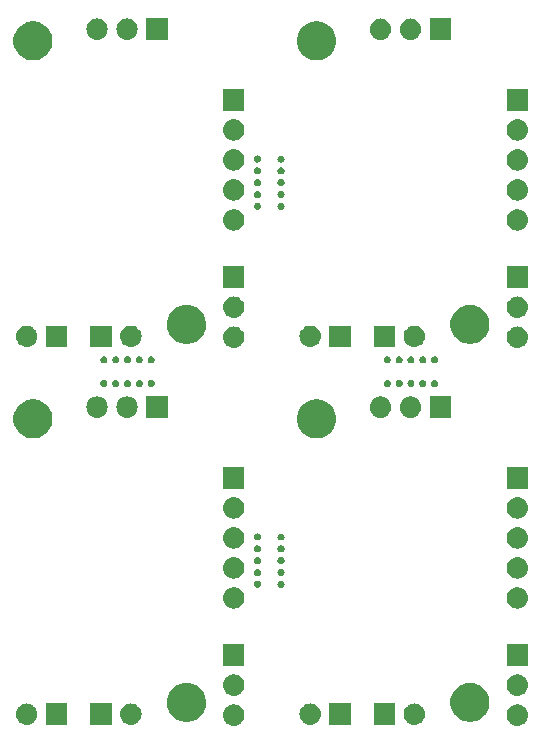
<source format=gbr>
G04 #@! TF.GenerationSoftware,KiCad,Pcbnew,5.0.2-bee76a0~70~ubuntu18.04.1*
G04 #@! TF.CreationDate,2019-07-19T10:53:47+02:00*
G04 #@! TF.ProjectId,AutoGardener_Outdoor_panel,4175746f-4761-4726-9465-6e65725f4f75,rev?*
G04 #@! TF.SameCoordinates,Original*
G04 #@! TF.FileFunction,Soldermask,Bot*
G04 #@! TF.FilePolarity,Negative*
%FSLAX46Y46*%
G04 Gerber Fmt 4.6, Leading zero omitted, Abs format (unit mm)*
G04 Created by KiCad (PCBNEW 5.0.2-bee76a0~70~ubuntu18.04.1) date Fri 19 Jul 2019 10:53:47 CEST*
%MOMM*%
%LPD*%
G01*
G04 APERTURE LIST*
%ADD10C,0.100000*%
G04 APERTURE END LIST*
D10*
G36*
X224110442Y-115185518D02*
X224176627Y-115192037D01*
X224289853Y-115226384D01*
X224346467Y-115243557D01*
X224485087Y-115317652D01*
X224502991Y-115327222D01*
X224538729Y-115356552D01*
X224640186Y-115439814D01*
X224723448Y-115541271D01*
X224752778Y-115577009D01*
X224752779Y-115577011D01*
X224836443Y-115733533D01*
X224836443Y-115733534D01*
X224887963Y-115903373D01*
X224905359Y-116080000D01*
X224887963Y-116256627D01*
X224880140Y-116282415D01*
X224836443Y-116426467D01*
X224795539Y-116502991D01*
X224752778Y-116582991D01*
X224723448Y-116618729D01*
X224640186Y-116720186D01*
X224538729Y-116803448D01*
X224502991Y-116832778D01*
X224502989Y-116832779D01*
X224346467Y-116916443D01*
X224289853Y-116933616D01*
X224176627Y-116967963D01*
X224110443Y-116974481D01*
X224044260Y-116981000D01*
X223955740Y-116981000D01*
X223889557Y-116974481D01*
X223823373Y-116967963D01*
X223710147Y-116933616D01*
X223653533Y-116916443D01*
X223497011Y-116832779D01*
X223497009Y-116832778D01*
X223461271Y-116803448D01*
X223359814Y-116720186D01*
X223276552Y-116618729D01*
X223247222Y-116582991D01*
X223204461Y-116502991D01*
X223163557Y-116426467D01*
X223119860Y-116282415D01*
X223112037Y-116256627D01*
X223094641Y-116080000D01*
X223112037Y-115903373D01*
X223163557Y-115733534D01*
X223163557Y-115733533D01*
X223247221Y-115577011D01*
X223247222Y-115577009D01*
X223276552Y-115541271D01*
X223359814Y-115439814D01*
X223461271Y-115356552D01*
X223497009Y-115327222D01*
X223514913Y-115317652D01*
X223653533Y-115243557D01*
X223710147Y-115226384D01*
X223823373Y-115192037D01*
X223889558Y-115185518D01*
X223955740Y-115179000D01*
X224044260Y-115179000D01*
X224110442Y-115185518D01*
X224110442Y-115185518D01*
G37*
G36*
X200110442Y-115185518D02*
X200176627Y-115192037D01*
X200289853Y-115226384D01*
X200346467Y-115243557D01*
X200485087Y-115317652D01*
X200502991Y-115327222D01*
X200538729Y-115356552D01*
X200640186Y-115439814D01*
X200723448Y-115541271D01*
X200752778Y-115577009D01*
X200752779Y-115577011D01*
X200836443Y-115733533D01*
X200836443Y-115733534D01*
X200887963Y-115903373D01*
X200905359Y-116080000D01*
X200887963Y-116256627D01*
X200880140Y-116282415D01*
X200836443Y-116426467D01*
X200795539Y-116502991D01*
X200752778Y-116582991D01*
X200723448Y-116618729D01*
X200640186Y-116720186D01*
X200538729Y-116803448D01*
X200502991Y-116832778D01*
X200502989Y-116832779D01*
X200346467Y-116916443D01*
X200289853Y-116933616D01*
X200176627Y-116967963D01*
X200110443Y-116974481D01*
X200044260Y-116981000D01*
X199955740Y-116981000D01*
X199889557Y-116974481D01*
X199823373Y-116967963D01*
X199710147Y-116933616D01*
X199653533Y-116916443D01*
X199497011Y-116832779D01*
X199497009Y-116832778D01*
X199461271Y-116803448D01*
X199359814Y-116720186D01*
X199276552Y-116618729D01*
X199247222Y-116582991D01*
X199204461Y-116502991D01*
X199163557Y-116426467D01*
X199119860Y-116282415D01*
X199112037Y-116256627D01*
X199094641Y-116080000D01*
X199112037Y-115903373D01*
X199163557Y-115733534D01*
X199163557Y-115733533D01*
X199247221Y-115577011D01*
X199247222Y-115577009D01*
X199276552Y-115541271D01*
X199359814Y-115439814D01*
X199461271Y-115356552D01*
X199497009Y-115327222D01*
X199514913Y-115317652D01*
X199653533Y-115243557D01*
X199710147Y-115226384D01*
X199823373Y-115192037D01*
X199889558Y-115185518D01*
X199955740Y-115179000D01*
X200044260Y-115179000D01*
X200110442Y-115185518D01*
X200110442Y-115185518D01*
G37*
G36*
X189651000Y-116901000D02*
X187849000Y-116901000D01*
X187849000Y-115099000D01*
X189651000Y-115099000D01*
X189651000Y-116901000D01*
X189651000Y-116901000D01*
G37*
G36*
X191400442Y-115105518D02*
X191466627Y-115112037D01*
X191579853Y-115146384D01*
X191636467Y-115163557D01*
X191775087Y-115237652D01*
X191792991Y-115247222D01*
X191828729Y-115276552D01*
X191930186Y-115359814D01*
X191995839Y-115439814D01*
X192042778Y-115497009D01*
X192042779Y-115497011D01*
X192126443Y-115653533D01*
X192126443Y-115653534D01*
X192177963Y-115823373D01*
X192195359Y-116000000D01*
X192177963Y-116176627D01*
X192153696Y-116256625D01*
X192126443Y-116346467D01*
X192052348Y-116485087D01*
X192042778Y-116502991D01*
X192013448Y-116538729D01*
X191930186Y-116640186D01*
X191832705Y-116720185D01*
X191792991Y-116752778D01*
X191792989Y-116752779D01*
X191636467Y-116836443D01*
X191579853Y-116853616D01*
X191466627Y-116887963D01*
X191400442Y-116894482D01*
X191334260Y-116901000D01*
X191245740Y-116901000D01*
X191179558Y-116894482D01*
X191113373Y-116887963D01*
X191000147Y-116853616D01*
X190943533Y-116836443D01*
X190787011Y-116752779D01*
X190787009Y-116752778D01*
X190747295Y-116720185D01*
X190649814Y-116640186D01*
X190566552Y-116538729D01*
X190537222Y-116502991D01*
X190527652Y-116485087D01*
X190453557Y-116346467D01*
X190426304Y-116256625D01*
X190402037Y-116176627D01*
X190384641Y-116000000D01*
X190402037Y-115823373D01*
X190453557Y-115653534D01*
X190453557Y-115653533D01*
X190537221Y-115497011D01*
X190537222Y-115497009D01*
X190584161Y-115439814D01*
X190649814Y-115359814D01*
X190751271Y-115276552D01*
X190787009Y-115247222D01*
X190804913Y-115237652D01*
X190943533Y-115163557D01*
X191000147Y-115146384D01*
X191113373Y-115112037D01*
X191179558Y-115105518D01*
X191245740Y-115099000D01*
X191334260Y-115099000D01*
X191400442Y-115105518D01*
X191400442Y-115105518D01*
G37*
G36*
X215400442Y-115105518D02*
X215466627Y-115112037D01*
X215579853Y-115146384D01*
X215636467Y-115163557D01*
X215775087Y-115237652D01*
X215792991Y-115247222D01*
X215828729Y-115276552D01*
X215930186Y-115359814D01*
X215995839Y-115439814D01*
X216042778Y-115497009D01*
X216042779Y-115497011D01*
X216126443Y-115653533D01*
X216126443Y-115653534D01*
X216177963Y-115823373D01*
X216195359Y-116000000D01*
X216177963Y-116176627D01*
X216153696Y-116256625D01*
X216126443Y-116346467D01*
X216052348Y-116485087D01*
X216042778Y-116502991D01*
X216013448Y-116538729D01*
X215930186Y-116640186D01*
X215832705Y-116720185D01*
X215792991Y-116752778D01*
X215792989Y-116752779D01*
X215636467Y-116836443D01*
X215579853Y-116853616D01*
X215466627Y-116887963D01*
X215400442Y-116894482D01*
X215334260Y-116901000D01*
X215245740Y-116901000D01*
X215179558Y-116894482D01*
X215113373Y-116887963D01*
X215000147Y-116853616D01*
X214943533Y-116836443D01*
X214787011Y-116752779D01*
X214787009Y-116752778D01*
X214747295Y-116720185D01*
X214649814Y-116640186D01*
X214566552Y-116538729D01*
X214537222Y-116502991D01*
X214527652Y-116485087D01*
X214453557Y-116346467D01*
X214426304Y-116256625D01*
X214402037Y-116176627D01*
X214384641Y-116000000D01*
X214402037Y-115823373D01*
X214453557Y-115653534D01*
X214453557Y-115653533D01*
X214537221Y-115497011D01*
X214537222Y-115497009D01*
X214584161Y-115439814D01*
X214649814Y-115359814D01*
X214751271Y-115276552D01*
X214787009Y-115247222D01*
X214804913Y-115237652D01*
X214943533Y-115163557D01*
X215000147Y-115146384D01*
X215113373Y-115112037D01*
X215179558Y-115105518D01*
X215245740Y-115099000D01*
X215334260Y-115099000D01*
X215400442Y-115105518D01*
X215400442Y-115105518D01*
G37*
G36*
X213651000Y-116901000D02*
X211849000Y-116901000D01*
X211849000Y-115099000D01*
X213651000Y-115099000D01*
X213651000Y-116901000D01*
X213651000Y-116901000D01*
G37*
G36*
X182570442Y-115105518D02*
X182636627Y-115112037D01*
X182749853Y-115146384D01*
X182806467Y-115163557D01*
X182945087Y-115237652D01*
X182962991Y-115247222D01*
X182998729Y-115276552D01*
X183100186Y-115359814D01*
X183165839Y-115439814D01*
X183212778Y-115497009D01*
X183212779Y-115497011D01*
X183296443Y-115653533D01*
X183296443Y-115653534D01*
X183347963Y-115823373D01*
X183365359Y-116000000D01*
X183347963Y-116176627D01*
X183323696Y-116256625D01*
X183296443Y-116346467D01*
X183222348Y-116485087D01*
X183212778Y-116502991D01*
X183183448Y-116538729D01*
X183100186Y-116640186D01*
X183002705Y-116720185D01*
X182962991Y-116752778D01*
X182962989Y-116752779D01*
X182806467Y-116836443D01*
X182749853Y-116853616D01*
X182636627Y-116887963D01*
X182570442Y-116894482D01*
X182504260Y-116901000D01*
X182415740Y-116901000D01*
X182349558Y-116894482D01*
X182283373Y-116887963D01*
X182170147Y-116853616D01*
X182113533Y-116836443D01*
X181957011Y-116752779D01*
X181957009Y-116752778D01*
X181917295Y-116720185D01*
X181819814Y-116640186D01*
X181736552Y-116538729D01*
X181707222Y-116502991D01*
X181697652Y-116485087D01*
X181623557Y-116346467D01*
X181596304Y-116256625D01*
X181572037Y-116176627D01*
X181554641Y-116000000D01*
X181572037Y-115823373D01*
X181623557Y-115653534D01*
X181623557Y-115653533D01*
X181707221Y-115497011D01*
X181707222Y-115497009D01*
X181754161Y-115439814D01*
X181819814Y-115359814D01*
X181921271Y-115276552D01*
X181957009Y-115247222D01*
X181974913Y-115237652D01*
X182113533Y-115163557D01*
X182170147Y-115146384D01*
X182283373Y-115112037D01*
X182349558Y-115105518D01*
X182415740Y-115099000D01*
X182504260Y-115099000D01*
X182570442Y-115105518D01*
X182570442Y-115105518D01*
G37*
G36*
X185901000Y-116901000D02*
X184099000Y-116901000D01*
X184099000Y-115099000D01*
X185901000Y-115099000D01*
X185901000Y-116901000D01*
X185901000Y-116901000D01*
G37*
G36*
X209901000Y-116901000D02*
X208099000Y-116901000D01*
X208099000Y-115099000D01*
X209901000Y-115099000D01*
X209901000Y-116901000D01*
X209901000Y-116901000D01*
G37*
G36*
X206570442Y-115105518D02*
X206636627Y-115112037D01*
X206749853Y-115146384D01*
X206806467Y-115163557D01*
X206945087Y-115237652D01*
X206962991Y-115247222D01*
X206998729Y-115276552D01*
X207100186Y-115359814D01*
X207165839Y-115439814D01*
X207212778Y-115497009D01*
X207212779Y-115497011D01*
X207296443Y-115653533D01*
X207296443Y-115653534D01*
X207347963Y-115823373D01*
X207365359Y-116000000D01*
X207347963Y-116176627D01*
X207323696Y-116256625D01*
X207296443Y-116346467D01*
X207222348Y-116485087D01*
X207212778Y-116502991D01*
X207183448Y-116538729D01*
X207100186Y-116640186D01*
X207002705Y-116720185D01*
X206962991Y-116752778D01*
X206962989Y-116752779D01*
X206806467Y-116836443D01*
X206749853Y-116853616D01*
X206636627Y-116887963D01*
X206570442Y-116894482D01*
X206504260Y-116901000D01*
X206415740Y-116901000D01*
X206349558Y-116894482D01*
X206283373Y-116887963D01*
X206170147Y-116853616D01*
X206113533Y-116836443D01*
X205957011Y-116752779D01*
X205957009Y-116752778D01*
X205917295Y-116720185D01*
X205819814Y-116640186D01*
X205736552Y-116538729D01*
X205707222Y-116502991D01*
X205697652Y-116485087D01*
X205623557Y-116346467D01*
X205596304Y-116256625D01*
X205572037Y-116176627D01*
X205554641Y-116000000D01*
X205572037Y-115823373D01*
X205623557Y-115653534D01*
X205623557Y-115653533D01*
X205707221Y-115497011D01*
X205707222Y-115497009D01*
X205754161Y-115439814D01*
X205819814Y-115359814D01*
X205921271Y-115276552D01*
X205957009Y-115247222D01*
X205974913Y-115237652D01*
X206113533Y-115163557D01*
X206170147Y-115146384D01*
X206283373Y-115112037D01*
X206349558Y-115105518D01*
X206415740Y-115099000D01*
X206504260Y-115099000D01*
X206570442Y-115105518D01*
X206570442Y-115105518D01*
G37*
G36*
X196375256Y-113391298D02*
X196481579Y-113412447D01*
X196782042Y-113536903D01*
X197048852Y-113715180D01*
X197052454Y-113717587D01*
X197282413Y-113947546D01*
X197463098Y-114217960D01*
X197587553Y-114518422D01*
X197651000Y-114837389D01*
X197651000Y-115162611D01*
X197611774Y-115359814D01*
X197587553Y-115481579D01*
X197463097Y-115782042D01*
X197317462Y-116000000D01*
X197282413Y-116052454D01*
X197052454Y-116282413D01*
X197052451Y-116282415D01*
X196782042Y-116463097D01*
X196481579Y-116587553D01*
X196375256Y-116608702D01*
X196162611Y-116651000D01*
X195837389Y-116651000D01*
X195624744Y-116608702D01*
X195518421Y-116587553D01*
X195217958Y-116463097D01*
X194947549Y-116282415D01*
X194947546Y-116282413D01*
X194717587Y-116052454D01*
X194682538Y-116000000D01*
X194536903Y-115782042D01*
X194412447Y-115481579D01*
X194388226Y-115359814D01*
X194349000Y-115162611D01*
X194349000Y-114837389D01*
X194412447Y-114518422D01*
X194536902Y-114217960D01*
X194717587Y-113947546D01*
X194947546Y-113717587D01*
X194951148Y-113715180D01*
X195217958Y-113536903D01*
X195518421Y-113412447D01*
X195624744Y-113391298D01*
X195837389Y-113349000D01*
X196162611Y-113349000D01*
X196375256Y-113391298D01*
X196375256Y-113391298D01*
G37*
G36*
X220375256Y-113391298D02*
X220481579Y-113412447D01*
X220782042Y-113536903D01*
X221048852Y-113715180D01*
X221052454Y-113717587D01*
X221282413Y-113947546D01*
X221463098Y-114217960D01*
X221587553Y-114518422D01*
X221651000Y-114837389D01*
X221651000Y-115162611D01*
X221611774Y-115359814D01*
X221587553Y-115481579D01*
X221463097Y-115782042D01*
X221317462Y-116000000D01*
X221282413Y-116052454D01*
X221052454Y-116282413D01*
X221052451Y-116282415D01*
X220782042Y-116463097D01*
X220481579Y-116587553D01*
X220375256Y-116608702D01*
X220162611Y-116651000D01*
X219837389Y-116651000D01*
X219624744Y-116608702D01*
X219518421Y-116587553D01*
X219217958Y-116463097D01*
X218947549Y-116282415D01*
X218947546Y-116282413D01*
X218717587Y-116052454D01*
X218682538Y-116000000D01*
X218536903Y-115782042D01*
X218412447Y-115481579D01*
X218388226Y-115359814D01*
X218349000Y-115162611D01*
X218349000Y-114837389D01*
X218412447Y-114518422D01*
X218536902Y-114217960D01*
X218717587Y-113947546D01*
X218947546Y-113717587D01*
X218951148Y-113715180D01*
X219217958Y-113536903D01*
X219518421Y-113412447D01*
X219624744Y-113391298D01*
X219837389Y-113349000D01*
X220162611Y-113349000D01*
X220375256Y-113391298D01*
X220375256Y-113391298D01*
G37*
G36*
X200110442Y-112645518D02*
X200176627Y-112652037D01*
X200289853Y-112686384D01*
X200346467Y-112703557D01*
X200485087Y-112777652D01*
X200502991Y-112787222D01*
X200538729Y-112816552D01*
X200640186Y-112899814D01*
X200723448Y-113001271D01*
X200752778Y-113037009D01*
X200752779Y-113037011D01*
X200836443Y-113193533D01*
X200836443Y-113193534D01*
X200887963Y-113363373D01*
X200905359Y-113540000D01*
X200887963Y-113716627D01*
X200853616Y-113829853D01*
X200836443Y-113886467D01*
X200762348Y-114025087D01*
X200752778Y-114042991D01*
X200723448Y-114078729D01*
X200640186Y-114180186D01*
X200538729Y-114263448D01*
X200502991Y-114292778D01*
X200502989Y-114292779D01*
X200346467Y-114376443D01*
X200289853Y-114393616D01*
X200176627Y-114427963D01*
X200110442Y-114434482D01*
X200044260Y-114441000D01*
X199955740Y-114441000D01*
X199889558Y-114434482D01*
X199823373Y-114427963D01*
X199710147Y-114393616D01*
X199653533Y-114376443D01*
X199497011Y-114292779D01*
X199497009Y-114292778D01*
X199461271Y-114263448D01*
X199359814Y-114180186D01*
X199276552Y-114078729D01*
X199247222Y-114042991D01*
X199237652Y-114025087D01*
X199163557Y-113886467D01*
X199146384Y-113829853D01*
X199112037Y-113716627D01*
X199094641Y-113540000D01*
X199112037Y-113363373D01*
X199163557Y-113193534D01*
X199163557Y-113193533D01*
X199247221Y-113037011D01*
X199247222Y-113037009D01*
X199276552Y-113001271D01*
X199359814Y-112899814D01*
X199461271Y-112816552D01*
X199497009Y-112787222D01*
X199514913Y-112777652D01*
X199653533Y-112703557D01*
X199710147Y-112686384D01*
X199823373Y-112652037D01*
X199889558Y-112645518D01*
X199955740Y-112639000D01*
X200044260Y-112639000D01*
X200110442Y-112645518D01*
X200110442Y-112645518D01*
G37*
G36*
X224110442Y-112645518D02*
X224176627Y-112652037D01*
X224289853Y-112686384D01*
X224346467Y-112703557D01*
X224485087Y-112777652D01*
X224502991Y-112787222D01*
X224538729Y-112816552D01*
X224640186Y-112899814D01*
X224723448Y-113001271D01*
X224752778Y-113037009D01*
X224752779Y-113037011D01*
X224836443Y-113193533D01*
X224836443Y-113193534D01*
X224887963Y-113363373D01*
X224905359Y-113540000D01*
X224887963Y-113716627D01*
X224853616Y-113829853D01*
X224836443Y-113886467D01*
X224762348Y-114025087D01*
X224752778Y-114042991D01*
X224723448Y-114078729D01*
X224640186Y-114180186D01*
X224538729Y-114263448D01*
X224502991Y-114292778D01*
X224502989Y-114292779D01*
X224346467Y-114376443D01*
X224289853Y-114393616D01*
X224176627Y-114427963D01*
X224110442Y-114434482D01*
X224044260Y-114441000D01*
X223955740Y-114441000D01*
X223889558Y-114434482D01*
X223823373Y-114427963D01*
X223710147Y-114393616D01*
X223653533Y-114376443D01*
X223497011Y-114292779D01*
X223497009Y-114292778D01*
X223461271Y-114263448D01*
X223359814Y-114180186D01*
X223276552Y-114078729D01*
X223247222Y-114042991D01*
X223237652Y-114025087D01*
X223163557Y-113886467D01*
X223146384Y-113829853D01*
X223112037Y-113716627D01*
X223094641Y-113540000D01*
X223112037Y-113363373D01*
X223163557Y-113193534D01*
X223163557Y-113193533D01*
X223247221Y-113037011D01*
X223247222Y-113037009D01*
X223276552Y-113001271D01*
X223359814Y-112899814D01*
X223461271Y-112816552D01*
X223497009Y-112787222D01*
X223514913Y-112777652D01*
X223653533Y-112703557D01*
X223710147Y-112686384D01*
X223823373Y-112652037D01*
X223889558Y-112645518D01*
X223955740Y-112639000D01*
X224044260Y-112639000D01*
X224110442Y-112645518D01*
X224110442Y-112645518D01*
G37*
G36*
X224901000Y-111901000D02*
X223099000Y-111901000D01*
X223099000Y-110099000D01*
X224901000Y-110099000D01*
X224901000Y-111901000D01*
X224901000Y-111901000D01*
G37*
G36*
X200901000Y-111901000D02*
X199099000Y-111901000D01*
X199099000Y-110099000D01*
X200901000Y-110099000D01*
X200901000Y-111901000D01*
X200901000Y-111901000D01*
G37*
G36*
X200110443Y-105265519D02*
X200176627Y-105272037D01*
X200272105Y-105301000D01*
X200346467Y-105323557D01*
X200485087Y-105397652D01*
X200502991Y-105407222D01*
X200538729Y-105436552D01*
X200640186Y-105519814D01*
X200723448Y-105621271D01*
X200752778Y-105657009D01*
X200752779Y-105657011D01*
X200836443Y-105813533D01*
X200836443Y-105813534D01*
X200887963Y-105983373D01*
X200905359Y-106160000D01*
X200887963Y-106336627D01*
X200853616Y-106449853D01*
X200836443Y-106506467D01*
X200762348Y-106645087D01*
X200752778Y-106662991D01*
X200723448Y-106698729D01*
X200640186Y-106800186D01*
X200538729Y-106883448D01*
X200502991Y-106912778D01*
X200502989Y-106912779D01*
X200346467Y-106996443D01*
X200289853Y-107013616D01*
X200176627Y-107047963D01*
X200110442Y-107054482D01*
X200044260Y-107061000D01*
X199955740Y-107061000D01*
X199889558Y-107054482D01*
X199823373Y-107047963D01*
X199710147Y-107013616D01*
X199653533Y-106996443D01*
X199497011Y-106912779D01*
X199497009Y-106912778D01*
X199461271Y-106883448D01*
X199359814Y-106800186D01*
X199276552Y-106698729D01*
X199247222Y-106662991D01*
X199237652Y-106645087D01*
X199163557Y-106506467D01*
X199146384Y-106449853D01*
X199112037Y-106336627D01*
X199094641Y-106160000D01*
X199112037Y-105983373D01*
X199163557Y-105813534D01*
X199163557Y-105813533D01*
X199247221Y-105657011D01*
X199247222Y-105657009D01*
X199276552Y-105621271D01*
X199359814Y-105519814D01*
X199461271Y-105436552D01*
X199497009Y-105407222D01*
X199514913Y-105397652D01*
X199653533Y-105323557D01*
X199727895Y-105301000D01*
X199823373Y-105272037D01*
X199889557Y-105265519D01*
X199955740Y-105259000D01*
X200044260Y-105259000D01*
X200110443Y-105265519D01*
X200110443Y-105265519D01*
G37*
G36*
X224110443Y-105265519D02*
X224176627Y-105272037D01*
X224272105Y-105301000D01*
X224346467Y-105323557D01*
X224485087Y-105397652D01*
X224502991Y-105407222D01*
X224538729Y-105436552D01*
X224640186Y-105519814D01*
X224723448Y-105621271D01*
X224752778Y-105657009D01*
X224752779Y-105657011D01*
X224836443Y-105813533D01*
X224836443Y-105813534D01*
X224887963Y-105983373D01*
X224905359Y-106160000D01*
X224887963Y-106336627D01*
X224853616Y-106449853D01*
X224836443Y-106506467D01*
X224762348Y-106645087D01*
X224752778Y-106662991D01*
X224723448Y-106698729D01*
X224640186Y-106800186D01*
X224538729Y-106883448D01*
X224502991Y-106912778D01*
X224502989Y-106912779D01*
X224346467Y-106996443D01*
X224289853Y-107013616D01*
X224176627Y-107047963D01*
X224110442Y-107054482D01*
X224044260Y-107061000D01*
X223955740Y-107061000D01*
X223889558Y-107054482D01*
X223823373Y-107047963D01*
X223710147Y-107013616D01*
X223653533Y-106996443D01*
X223497011Y-106912779D01*
X223497009Y-106912778D01*
X223461271Y-106883448D01*
X223359814Y-106800186D01*
X223276552Y-106698729D01*
X223247222Y-106662991D01*
X223237652Y-106645087D01*
X223163557Y-106506467D01*
X223146384Y-106449853D01*
X223112037Y-106336627D01*
X223094641Y-106160000D01*
X223112037Y-105983373D01*
X223163557Y-105813534D01*
X223163557Y-105813533D01*
X223247221Y-105657011D01*
X223247222Y-105657009D01*
X223276552Y-105621271D01*
X223359814Y-105519814D01*
X223461271Y-105436552D01*
X223497009Y-105407222D01*
X223514913Y-105397652D01*
X223653533Y-105323557D01*
X223727895Y-105301000D01*
X223823373Y-105272037D01*
X223889557Y-105265519D01*
X223955740Y-105259000D01*
X224044260Y-105259000D01*
X224110443Y-105265519D01*
X224110443Y-105265519D01*
G37*
G36*
X204087796Y-104710567D02*
X204142578Y-104733258D01*
X204191879Y-104766200D01*
X204233800Y-104808121D01*
X204266742Y-104857422D01*
X204289433Y-104912204D01*
X204301000Y-104970353D01*
X204301000Y-105029647D01*
X204289433Y-105087796D01*
X204266742Y-105142578D01*
X204233800Y-105191879D01*
X204191879Y-105233800D01*
X204142578Y-105266742D01*
X204087796Y-105289433D01*
X204029647Y-105301000D01*
X203970353Y-105301000D01*
X203912204Y-105289433D01*
X203857422Y-105266742D01*
X203808121Y-105233800D01*
X203766200Y-105191879D01*
X203733258Y-105142578D01*
X203710567Y-105087796D01*
X203699000Y-105029647D01*
X203699000Y-104970353D01*
X203710567Y-104912204D01*
X203733258Y-104857422D01*
X203766200Y-104808121D01*
X203808121Y-104766200D01*
X203857422Y-104733258D01*
X203912204Y-104710567D01*
X203970353Y-104699000D01*
X204029647Y-104699000D01*
X204087796Y-104710567D01*
X204087796Y-104710567D01*
G37*
G36*
X202087796Y-104710567D02*
X202142578Y-104733258D01*
X202191879Y-104766200D01*
X202233800Y-104808121D01*
X202266742Y-104857422D01*
X202289433Y-104912204D01*
X202301000Y-104970353D01*
X202301000Y-105029647D01*
X202289433Y-105087796D01*
X202266742Y-105142578D01*
X202233800Y-105191879D01*
X202191879Y-105233800D01*
X202142578Y-105266742D01*
X202087796Y-105289433D01*
X202029647Y-105301000D01*
X201970353Y-105301000D01*
X201912204Y-105289433D01*
X201857422Y-105266742D01*
X201808121Y-105233800D01*
X201766200Y-105191879D01*
X201733258Y-105142578D01*
X201710567Y-105087796D01*
X201699000Y-105029647D01*
X201699000Y-104970353D01*
X201710567Y-104912204D01*
X201733258Y-104857422D01*
X201766200Y-104808121D01*
X201808121Y-104766200D01*
X201857422Y-104733258D01*
X201912204Y-104710567D01*
X201970353Y-104699000D01*
X202029647Y-104699000D01*
X202087796Y-104710567D01*
X202087796Y-104710567D01*
G37*
G36*
X224110443Y-102725519D02*
X224176627Y-102732037D01*
X224289241Y-102766198D01*
X224346467Y-102783557D01*
X224484657Y-102857422D01*
X224502991Y-102867222D01*
X224538729Y-102896552D01*
X224640186Y-102979814D01*
X224723448Y-103081271D01*
X224752778Y-103117009D01*
X224752779Y-103117011D01*
X224836443Y-103273533D01*
X224836443Y-103273534D01*
X224887963Y-103443373D01*
X224905359Y-103620000D01*
X224887963Y-103796627D01*
X224853616Y-103909853D01*
X224836443Y-103966467D01*
X224802672Y-104029647D01*
X224752778Y-104122991D01*
X224736704Y-104142577D01*
X224640186Y-104260186D01*
X224538729Y-104343448D01*
X224502991Y-104372778D01*
X224502989Y-104372779D01*
X224346467Y-104456443D01*
X224289853Y-104473616D01*
X224176627Y-104507963D01*
X224110443Y-104514481D01*
X224044260Y-104521000D01*
X223955740Y-104521000D01*
X223889557Y-104514481D01*
X223823373Y-104507963D01*
X223710147Y-104473616D01*
X223653533Y-104456443D01*
X223497011Y-104372779D01*
X223497009Y-104372778D01*
X223461271Y-104343448D01*
X223359814Y-104260186D01*
X223263296Y-104142577D01*
X223247222Y-104122991D01*
X223197328Y-104029647D01*
X223163557Y-103966467D01*
X223146384Y-103909853D01*
X223112037Y-103796627D01*
X223094641Y-103620000D01*
X223112037Y-103443373D01*
X223163557Y-103273534D01*
X223163557Y-103273533D01*
X223247221Y-103117011D01*
X223247222Y-103117009D01*
X223276552Y-103081271D01*
X223359814Y-102979814D01*
X223461271Y-102896552D01*
X223497009Y-102867222D01*
X223515343Y-102857422D01*
X223653533Y-102783557D01*
X223710759Y-102766198D01*
X223823373Y-102732037D01*
X223889557Y-102725519D01*
X223955740Y-102719000D01*
X224044260Y-102719000D01*
X224110443Y-102725519D01*
X224110443Y-102725519D01*
G37*
G36*
X200110443Y-102725519D02*
X200176627Y-102732037D01*
X200289241Y-102766198D01*
X200346467Y-102783557D01*
X200484657Y-102857422D01*
X200502991Y-102867222D01*
X200538729Y-102896552D01*
X200640186Y-102979814D01*
X200723448Y-103081271D01*
X200752778Y-103117009D01*
X200752779Y-103117011D01*
X200836443Y-103273533D01*
X200836443Y-103273534D01*
X200887963Y-103443373D01*
X200905359Y-103620000D01*
X200887963Y-103796627D01*
X200853616Y-103909853D01*
X200836443Y-103966467D01*
X200802672Y-104029647D01*
X200752778Y-104122991D01*
X200736704Y-104142577D01*
X200640186Y-104260186D01*
X200538729Y-104343448D01*
X200502991Y-104372778D01*
X200502989Y-104372779D01*
X200346467Y-104456443D01*
X200289853Y-104473616D01*
X200176627Y-104507963D01*
X200110443Y-104514481D01*
X200044260Y-104521000D01*
X199955740Y-104521000D01*
X199889557Y-104514481D01*
X199823373Y-104507963D01*
X199710147Y-104473616D01*
X199653533Y-104456443D01*
X199497011Y-104372779D01*
X199497009Y-104372778D01*
X199461271Y-104343448D01*
X199359814Y-104260186D01*
X199263296Y-104142577D01*
X199247222Y-104122991D01*
X199197328Y-104029647D01*
X199163557Y-103966467D01*
X199146384Y-103909853D01*
X199112037Y-103796627D01*
X199094641Y-103620000D01*
X199112037Y-103443373D01*
X199163557Y-103273534D01*
X199163557Y-103273533D01*
X199247221Y-103117011D01*
X199247222Y-103117009D01*
X199276552Y-103081271D01*
X199359814Y-102979814D01*
X199461271Y-102896552D01*
X199497009Y-102867222D01*
X199515343Y-102857422D01*
X199653533Y-102783557D01*
X199710759Y-102766198D01*
X199823373Y-102732037D01*
X199889557Y-102725519D01*
X199955740Y-102719000D01*
X200044260Y-102719000D01*
X200110443Y-102725519D01*
X200110443Y-102725519D01*
G37*
G36*
X204087796Y-103710567D02*
X204142578Y-103733258D01*
X204191879Y-103766200D01*
X204233800Y-103808121D01*
X204266742Y-103857422D01*
X204289433Y-103912204D01*
X204301000Y-103970353D01*
X204301000Y-104029647D01*
X204289433Y-104087796D01*
X204266742Y-104142578D01*
X204233800Y-104191879D01*
X204191879Y-104233800D01*
X204142578Y-104266742D01*
X204087796Y-104289433D01*
X204029647Y-104301000D01*
X203970353Y-104301000D01*
X203912204Y-104289433D01*
X203857422Y-104266742D01*
X203808121Y-104233800D01*
X203766200Y-104191879D01*
X203733258Y-104142578D01*
X203710567Y-104087796D01*
X203699000Y-104029647D01*
X203699000Y-103970353D01*
X203710567Y-103912204D01*
X203733258Y-103857422D01*
X203766200Y-103808121D01*
X203808121Y-103766200D01*
X203857422Y-103733258D01*
X203912204Y-103710567D01*
X203970353Y-103699000D01*
X204029647Y-103699000D01*
X204087796Y-103710567D01*
X204087796Y-103710567D01*
G37*
G36*
X202087796Y-103710567D02*
X202142578Y-103733258D01*
X202191879Y-103766200D01*
X202233800Y-103808121D01*
X202266742Y-103857422D01*
X202289433Y-103912204D01*
X202301000Y-103970353D01*
X202301000Y-104029647D01*
X202289433Y-104087796D01*
X202266742Y-104142578D01*
X202233800Y-104191879D01*
X202191879Y-104233800D01*
X202142578Y-104266742D01*
X202087796Y-104289433D01*
X202029647Y-104301000D01*
X201970353Y-104301000D01*
X201912204Y-104289433D01*
X201857422Y-104266742D01*
X201808121Y-104233800D01*
X201766200Y-104191879D01*
X201733258Y-104142578D01*
X201710567Y-104087796D01*
X201699000Y-104029647D01*
X201699000Y-103970353D01*
X201710567Y-103912204D01*
X201733258Y-103857422D01*
X201766200Y-103808121D01*
X201808121Y-103766200D01*
X201857422Y-103733258D01*
X201912204Y-103710567D01*
X201970353Y-103699000D01*
X202029647Y-103699000D01*
X202087796Y-103710567D01*
X202087796Y-103710567D01*
G37*
G36*
X202087796Y-102710567D02*
X202142578Y-102733258D01*
X202191879Y-102766200D01*
X202233800Y-102808121D01*
X202266742Y-102857422D01*
X202289433Y-102912204D01*
X202301000Y-102970353D01*
X202301000Y-103029647D01*
X202289433Y-103087796D01*
X202266742Y-103142578D01*
X202233800Y-103191879D01*
X202191879Y-103233800D01*
X202142578Y-103266742D01*
X202087796Y-103289433D01*
X202029647Y-103301000D01*
X201970353Y-103301000D01*
X201912204Y-103289433D01*
X201857422Y-103266742D01*
X201808121Y-103233800D01*
X201766200Y-103191879D01*
X201733258Y-103142578D01*
X201710567Y-103087796D01*
X201699000Y-103029647D01*
X201699000Y-102970353D01*
X201710567Y-102912204D01*
X201733258Y-102857422D01*
X201766200Y-102808121D01*
X201808121Y-102766200D01*
X201857422Y-102733258D01*
X201912204Y-102710567D01*
X201970353Y-102699000D01*
X202029647Y-102699000D01*
X202087796Y-102710567D01*
X202087796Y-102710567D01*
G37*
G36*
X204087796Y-102710567D02*
X204142578Y-102733258D01*
X204191879Y-102766200D01*
X204233800Y-102808121D01*
X204266742Y-102857422D01*
X204289433Y-102912204D01*
X204301000Y-102970353D01*
X204301000Y-103029647D01*
X204289433Y-103087796D01*
X204266742Y-103142578D01*
X204233800Y-103191879D01*
X204191879Y-103233800D01*
X204142578Y-103266742D01*
X204087796Y-103289433D01*
X204029647Y-103301000D01*
X203970353Y-103301000D01*
X203912204Y-103289433D01*
X203857422Y-103266742D01*
X203808121Y-103233800D01*
X203766200Y-103191879D01*
X203733258Y-103142578D01*
X203710567Y-103087796D01*
X203699000Y-103029647D01*
X203699000Y-102970353D01*
X203710567Y-102912204D01*
X203733258Y-102857422D01*
X203766200Y-102808121D01*
X203808121Y-102766200D01*
X203857422Y-102733258D01*
X203912204Y-102710567D01*
X203970353Y-102699000D01*
X204029647Y-102699000D01*
X204087796Y-102710567D01*
X204087796Y-102710567D01*
G37*
G36*
X202087796Y-101710567D02*
X202142578Y-101733258D01*
X202191879Y-101766200D01*
X202233800Y-101808121D01*
X202266742Y-101857422D01*
X202289433Y-101912204D01*
X202301000Y-101970353D01*
X202301000Y-102029647D01*
X202289433Y-102087796D01*
X202266742Y-102142578D01*
X202233800Y-102191879D01*
X202191879Y-102233800D01*
X202142578Y-102266742D01*
X202087796Y-102289433D01*
X202029647Y-102301000D01*
X201970353Y-102301000D01*
X201912204Y-102289433D01*
X201857422Y-102266742D01*
X201808121Y-102233800D01*
X201766200Y-102191879D01*
X201733258Y-102142578D01*
X201710567Y-102087796D01*
X201699000Y-102029647D01*
X201699000Y-101970353D01*
X201710567Y-101912204D01*
X201733258Y-101857422D01*
X201766200Y-101808121D01*
X201808121Y-101766200D01*
X201857422Y-101733258D01*
X201912204Y-101710567D01*
X201970353Y-101699000D01*
X202029647Y-101699000D01*
X202087796Y-101710567D01*
X202087796Y-101710567D01*
G37*
G36*
X204087796Y-101710567D02*
X204142578Y-101733258D01*
X204191879Y-101766200D01*
X204233800Y-101808121D01*
X204266742Y-101857422D01*
X204289433Y-101912204D01*
X204301000Y-101970353D01*
X204301000Y-102029647D01*
X204289433Y-102087796D01*
X204266742Y-102142578D01*
X204233800Y-102191879D01*
X204191879Y-102233800D01*
X204142578Y-102266742D01*
X204087796Y-102289433D01*
X204029647Y-102301000D01*
X203970353Y-102301000D01*
X203912204Y-102289433D01*
X203857422Y-102266742D01*
X203808121Y-102233800D01*
X203766200Y-102191879D01*
X203733258Y-102142578D01*
X203710567Y-102087796D01*
X203699000Y-102029647D01*
X203699000Y-101970353D01*
X203710567Y-101912204D01*
X203733258Y-101857422D01*
X203766200Y-101808121D01*
X203808121Y-101766200D01*
X203857422Y-101733258D01*
X203912204Y-101710567D01*
X203970353Y-101699000D01*
X204029647Y-101699000D01*
X204087796Y-101710567D01*
X204087796Y-101710567D01*
G37*
G36*
X200110442Y-100185518D02*
X200176627Y-100192037D01*
X200289853Y-100226384D01*
X200346467Y-100243557D01*
X200485087Y-100317652D01*
X200502991Y-100327222D01*
X200538729Y-100356552D01*
X200640186Y-100439814D01*
X200723448Y-100541271D01*
X200752778Y-100577009D01*
X200752779Y-100577011D01*
X200836443Y-100733533D01*
X200846352Y-100766200D01*
X200887963Y-100903373D01*
X200905359Y-101080000D01*
X200887963Y-101256627D01*
X200853616Y-101369853D01*
X200836443Y-101426467D01*
X200762348Y-101565087D01*
X200752778Y-101582991D01*
X200723448Y-101618729D01*
X200640186Y-101720186D01*
X200538729Y-101803448D01*
X200502991Y-101832778D01*
X200502989Y-101832779D01*
X200346467Y-101916443D01*
X200289853Y-101933616D01*
X200176627Y-101967963D01*
X200110442Y-101974482D01*
X200044260Y-101981000D01*
X199955740Y-101981000D01*
X199889558Y-101974482D01*
X199823373Y-101967963D01*
X199710147Y-101933616D01*
X199653533Y-101916443D01*
X199497011Y-101832779D01*
X199497009Y-101832778D01*
X199461271Y-101803448D01*
X199359814Y-101720186D01*
X199276552Y-101618729D01*
X199247222Y-101582991D01*
X199237652Y-101565087D01*
X199163557Y-101426467D01*
X199146384Y-101369853D01*
X199112037Y-101256627D01*
X199094641Y-101080000D01*
X199112037Y-100903373D01*
X199153648Y-100766200D01*
X199163557Y-100733533D01*
X199247221Y-100577011D01*
X199247222Y-100577009D01*
X199276552Y-100541271D01*
X199359814Y-100439814D01*
X199461271Y-100356552D01*
X199497009Y-100327222D01*
X199514913Y-100317652D01*
X199653533Y-100243557D01*
X199710147Y-100226384D01*
X199823373Y-100192037D01*
X199889558Y-100185518D01*
X199955740Y-100179000D01*
X200044260Y-100179000D01*
X200110442Y-100185518D01*
X200110442Y-100185518D01*
G37*
G36*
X224110442Y-100185518D02*
X224176627Y-100192037D01*
X224289853Y-100226384D01*
X224346467Y-100243557D01*
X224485087Y-100317652D01*
X224502991Y-100327222D01*
X224538729Y-100356552D01*
X224640186Y-100439814D01*
X224723448Y-100541271D01*
X224752778Y-100577009D01*
X224752779Y-100577011D01*
X224836443Y-100733533D01*
X224846352Y-100766200D01*
X224887963Y-100903373D01*
X224905359Y-101080000D01*
X224887963Y-101256627D01*
X224853616Y-101369853D01*
X224836443Y-101426467D01*
X224762348Y-101565087D01*
X224752778Y-101582991D01*
X224723448Y-101618729D01*
X224640186Y-101720186D01*
X224538729Y-101803448D01*
X224502991Y-101832778D01*
X224502989Y-101832779D01*
X224346467Y-101916443D01*
X224289853Y-101933616D01*
X224176627Y-101967963D01*
X224110442Y-101974482D01*
X224044260Y-101981000D01*
X223955740Y-101981000D01*
X223889558Y-101974482D01*
X223823373Y-101967963D01*
X223710147Y-101933616D01*
X223653533Y-101916443D01*
X223497011Y-101832779D01*
X223497009Y-101832778D01*
X223461271Y-101803448D01*
X223359814Y-101720186D01*
X223276552Y-101618729D01*
X223247222Y-101582991D01*
X223237652Y-101565087D01*
X223163557Y-101426467D01*
X223146384Y-101369853D01*
X223112037Y-101256627D01*
X223094641Y-101080000D01*
X223112037Y-100903373D01*
X223153648Y-100766200D01*
X223163557Y-100733533D01*
X223247221Y-100577011D01*
X223247222Y-100577009D01*
X223276552Y-100541271D01*
X223359814Y-100439814D01*
X223461271Y-100356552D01*
X223497009Y-100327222D01*
X223514913Y-100317652D01*
X223653533Y-100243557D01*
X223710147Y-100226384D01*
X223823373Y-100192037D01*
X223889558Y-100185518D01*
X223955740Y-100179000D01*
X224044260Y-100179000D01*
X224110442Y-100185518D01*
X224110442Y-100185518D01*
G37*
G36*
X202087796Y-100710567D02*
X202142578Y-100733258D01*
X202191879Y-100766200D01*
X202233800Y-100808121D01*
X202266742Y-100857422D01*
X202289433Y-100912204D01*
X202301000Y-100970353D01*
X202301000Y-101029647D01*
X202289433Y-101087796D01*
X202266742Y-101142578D01*
X202233800Y-101191879D01*
X202191879Y-101233800D01*
X202142578Y-101266742D01*
X202087796Y-101289433D01*
X202029647Y-101301000D01*
X201970353Y-101301000D01*
X201912204Y-101289433D01*
X201857422Y-101266742D01*
X201808121Y-101233800D01*
X201766200Y-101191879D01*
X201733258Y-101142578D01*
X201710567Y-101087796D01*
X201699000Y-101029647D01*
X201699000Y-100970353D01*
X201710567Y-100912204D01*
X201733258Y-100857422D01*
X201766200Y-100808121D01*
X201808121Y-100766200D01*
X201857422Y-100733258D01*
X201912204Y-100710567D01*
X201970353Y-100699000D01*
X202029647Y-100699000D01*
X202087796Y-100710567D01*
X202087796Y-100710567D01*
G37*
G36*
X204087796Y-100710567D02*
X204142578Y-100733258D01*
X204191879Y-100766200D01*
X204233800Y-100808121D01*
X204266742Y-100857422D01*
X204289433Y-100912204D01*
X204301000Y-100970353D01*
X204301000Y-101029647D01*
X204289433Y-101087796D01*
X204266742Y-101142578D01*
X204233800Y-101191879D01*
X204191879Y-101233800D01*
X204142578Y-101266742D01*
X204087796Y-101289433D01*
X204029647Y-101301000D01*
X203970353Y-101301000D01*
X203912204Y-101289433D01*
X203857422Y-101266742D01*
X203808121Y-101233800D01*
X203766200Y-101191879D01*
X203733258Y-101142578D01*
X203710567Y-101087796D01*
X203699000Y-101029647D01*
X203699000Y-100970353D01*
X203710567Y-100912204D01*
X203733258Y-100857422D01*
X203766200Y-100808121D01*
X203808121Y-100766200D01*
X203857422Y-100733258D01*
X203912204Y-100710567D01*
X203970353Y-100699000D01*
X204029647Y-100699000D01*
X204087796Y-100710567D01*
X204087796Y-100710567D01*
G37*
G36*
X200110442Y-97645518D02*
X200176627Y-97652037D01*
X200289853Y-97686384D01*
X200346467Y-97703557D01*
X200485087Y-97777652D01*
X200502991Y-97787222D01*
X200538729Y-97816552D01*
X200640186Y-97899814D01*
X200723448Y-98001271D01*
X200752778Y-98037009D01*
X200752779Y-98037011D01*
X200836443Y-98193533D01*
X200836443Y-98193534D01*
X200887963Y-98363373D01*
X200905359Y-98540000D01*
X200887963Y-98716627D01*
X200853616Y-98829853D01*
X200836443Y-98886467D01*
X200762348Y-99025087D01*
X200752778Y-99042991D01*
X200723448Y-99078729D01*
X200640186Y-99180186D01*
X200538729Y-99263448D01*
X200502991Y-99292778D01*
X200502989Y-99292779D01*
X200346467Y-99376443D01*
X200289853Y-99393616D01*
X200176627Y-99427963D01*
X200110443Y-99434481D01*
X200044260Y-99441000D01*
X199955740Y-99441000D01*
X199889558Y-99434482D01*
X199823373Y-99427963D01*
X199710147Y-99393616D01*
X199653533Y-99376443D01*
X199497011Y-99292779D01*
X199497009Y-99292778D01*
X199461271Y-99263448D01*
X199359814Y-99180186D01*
X199276552Y-99078729D01*
X199247222Y-99042991D01*
X199237652Y-99025087D01*
X199163557Y-98886467D01*
X199146384Y-98829853D01*
X199112037Y-98716627D01*
X199094641Y-98540000D01*
X199112037Y-98363373D01*
X199163557Y-98193534D01*
X199163557Y-98193533D01*
X199247221Y-98037011D01*
X199247222Y-98037009D01*
X199276552Y-98001271D01*
X199359814Y-97899814D01*
X199461271Y-97816552D01*
X199497009Y-97787222D01*
X199514913Y-97777652D01*
X199653533Y-97703557D01*
X199710147Y-97686384D01*
X199823373Y-97652037D01*
X199889558Y-97645518D01*
X199955740Y-97639000D01*
X200044260Y-97639000D01*
X200110442Y-97645518D01*
X200110442Y-97645518D01*
G37*
G36*
X224110442Y-97645518D02*
X224176627Y-97652037D01*
X224289853Y-97686384D01*
X224346467Y-97703557D01*
X224485087Y-97777652D01*
X224502991Y-97787222D01*
X224538729Y-97816552D01*
X224640186Y-97899814D01*
X224723448Y-98001271D01*
X224752778Y-98037009D01*
X224752779Y-98037011D01*
X224836443Y-98193533D01*
X224836443Y-98193534D01*
X224887963Y-98363373D01*
X224905359Y-98540000D01*
X224887963Y-98716627D01*
X224853616Y-98829853D01*
X224836443Y-98886467D01*
X224762348Y-99025087D01*
X224752778Y-99042991D01*
X224723448Y-99078729D01*
X224640186Y-99180186D01*
X224538729Y-99263448D01*
X224502991Y-99292778D01*
X224502989Y-99292779D01*
X224346467Y-99376443D01*
X224289853Y-99393616D01*
X224176627Y-99427963D01*
X224110443Y-99434481D01*
X224044260Y-99441000D01*
X223955740Y-99441000D01*
X223889558Y-99434482D01*
X223823373Y-99427963D01*
X223710147Y-99393616D01*
X223653533Y-99376443D01*
X223497011Y-99292779D01*
X223497009Y-99292778D01*
X223461271Y-99263448D01*
X223359814Y-99180186D01*
X223276552Y-99078729D01*
X223247222Y-99042991D01*
X223237652Y-99025087D01*
X223163557Y-98886467D01*
X223146384Y-98829853D01*
X223112037Y-98716627D01*
X223094641Y-98540000D01*
X223112037Y-98363373D01*
X223163557Y-98193534D01*
X223163557Y-98193533D01*
X223247221Y-98037011D01*
X223247222Y-98037009D01*
X223276552Y-98001271D01*
X223359814Y-97899814D01*
X223461271Y-97816552D01*
X223497009Y-97787222D01*
X223514913Y-97777652D01*
X223653533Y-97703557D01*
X223710147Y-97686384D01*
X223823373Y-97652037D01*
X223889558Y-97645518D01*
X223955740Y-97639000D01*
X224044260Y-97639000D01*
X224110442Y-97645518D01*
X224110442Y-97645518D01*
G37*
G36*
X200901000Y-96901000D02*
X199099000Y-96901000D01*
X199099000Y-95099000D01*
X200901000Y-95099000D01*
X200901000Y-96901000D01*
X200901000Y-96901000D01*
G37*
G36*
X224901000Y-96901000D02*
X223099000Y-96901000D01*
X223099000Y-95099000D01*
X224901000Y-95099000D01*
X224901000Y-96901000D01*
X224901000Y-96901000D01*
G37*
G36*
X183375256Y-89391298D02*
X183481579Y-89412447D01*
X183782042Y-89536903D01*
X183956592Y-89653534D01*
X184052454Y-89717587D01*
X184282413Y-89947546D01*
X184282415Y-89947549D01*
X184463097Y-90217958D01*
X184581162Y-90502991D01*
X184587553Y-90518422D01*
X184651000Y-90837389D01*
X184651000Y-91162611D01*
X184587553Y-91481578D01*
X184463098Y-91782040D01*
X184282413Y-92052454D01*
X184052454Y-92282413D01*
X184052451Y-92282415D01*
X183782042Y-92463097D01*
X183481579Y-92587553D01*
X183375256Y-92608702D01*
X183162611Y-92651000D01*
X182837389Y-92651000D01*
X182624744Y-92608702D01*
X182518421Y-92587553D01*
X182217958Y-92463097D01*
X181947549Y-92282415D01*
X181947546Y-92282413D01*
X181717587Y-92052454D01*
X181536902Y-91782040D01*
X181412447Y-91481578D01*
X181349000Y-91162611D01*
X181349000Y-90837389D01*
X181412447Y-90518422D01*
X181418839Y-90502991D01*
X181536903Y-90217958D01*
X181717585Y-89947549D01*
X181717587Y-89947546D01*
X181947546Y-89717587D01*
X182043408Y-89653534D01*
X182217958Y-89536903D01*
X182518421Y-89412447D01*
X182624744Y-89391298D01*
X182837389Y-89349000D01*
X183162611Y-89349000D01*
X183375256Y-89391298D01*
X183375256Y-89391298D01*
G37*
G36*
X207375256Y-89391298D02*
X207481579Y-89412447D01*
X207782042Y-89536903D01*
X207956592Y-89653534D01*
X208052454Y-89717587D01*
X208282413Y-89947546D01*
X208282415Y-89947549D01*
X208463097Y-90217958D01*
X208581162Y-90502991D01*
X208587553Y-90518422D01*
X208651000Y-90837389D01*
X208651000Y-91162611D01*
X208587553Y-91481578D01*
X208463098Y-91782040D01*
X208282413Y-92052454D01*
X208052454Y-92282413D01*
X208052451Y-92282415D01*
X207782042Y-92463097D01*
X207481579Y-92587553D01*
X207375256Y-92608702D01*
X207162611Y-92651000D01*
X206837389Y-92651000D01*
X206624744Y-92608702D01*
X206518421Y-92587553D01*
X206217958Y-92463097D01*
X205947549Y-92282415D01*
X205947546Y-92282413D01*
X205717587Y-92052454D01*
X205536902Y-91782040D01*
X205412447Y-91481578D01*
X205349000Y-91162611D01*
X205349000Y-90837389D01*
X205412447Y-90518422D01*
X205418839Y-90502991D01*
X205536903Y-90217958D01*
X205717585Y-89947549D01*
X205717587Y-89947546D01*
X205947546Y-89717587D01*
X206043408Y-89653534D01*
X206217958Y-89536903D01*
X206518421Y-89412447D01*
X206624744Y-89391298D01*
X206837389Y-89349000D01*
X207162611Y-89349000D01*
X207375256Y-89391298D01*
X207375256Y-89391298D01*
G37*
G36*
X194401000Y-90901000D02*
X192599000Y-90901000D01*
X192599000Y-89099000D01*
X194401000Y-89099000D01*
X194401000Y-90901000D01*
X194401000Y-90901000D01*
G37*
G36*
X212530443Y-89105519D02*
X212596627Y-89112037D01*
X212709853Y-89146384D01*
X212766467Y-89163557D01*
X212905087Y-89237652D01*
X212922991Y-89247222D01*
X212958729Y-89276552D01*
X213060186Y-89359814D01*
X213143448Y-89461271D01*
X213172778Y-89497009D01*
X213172779Y-89497011D01*
X213256443Y-89653533D01*
X213256443Y-89653534D01*
X213307963Y-89823373D01*
X213325359Y-90000000D01*
X213307963Y-90176627D01*
X213273616Y-90289853D01*
X213256443Y-90346467D01*
X213182348Y-90485087D01*
X213172778Y-90502991D01*
X213160114Y-90518422D01*
X213060186Y-90640186D01*
X212958729Y-90723448D01*
X212922991Y-90752778D01*
X212922989Y-90752779D01*
X212766467Y-90836443D01*
X212709853Y-90853616D01*
X212596627Y-90887963D01*
X212530443Y-90894481D01*
X212464260Y-90901000D01*
X212375740Y-90901000D01*
X212309557Y-90894481D01*
X212243373Y-90887963D01*
X212130147Y-90853616D01*
X212073533Y-90836443D01*
X211917011Y-90752779D01*
X211917009Y-90752778D01*
X211881271Y-90723448D01*
X211779814Y-90640186D01*
X211679886Y-90518422D01*
X211667222Y-90502991D01*
X211657652Y-90485087D01*
X211583557Y-90346467D01*
X211566384Y-90289853D01*
X211532037Y-90176627D01*
X211514641Y-90000000D01*
X211532037Y-89823373D01*
X211583557Y-89653534D01*
X211583557Y-89653533D01*
X211667221Y-89497011D01*
X211667222Y-89497009D01*
X211696552Y-89461271D01*
X211779814Y-89359814D01*
X211881271Y-89276552D01*
X211917009Y-89247222D01*
X211934913Y-89237652D01*
X212073533Y-89163557D01*
X212130147Y-89146384D01*
X212243373Y-89112037D01*
X212309557Y-89105519D01*
X212375740Y-89099000D01*
X212464260Y-89099000D01*
X212530443Y-89105519D01*
X212530443Y-89105519D01*
G37*
G36*
X215070443Y-89105519D02*
X215136627Y-89112037D01*
X215249853Y-89146384D01*
X215306467Y-89163557D01*
X215445087Y-89237652D01*
X215462991Y-89247222D01*
X215498729Y-89276552D01*
X215600186Y-89359814D01*
X215683448Y-89461271D01*
X215712778Y-89497009D01*
X215712779Y-89497011D01*
X215796443Y-89653533D01*
X215796443Y-89653534D01*
X215847963Y-89823373D01*
X215865359Y-90000000D01*
X215847963Y-90176627D01*
X215813616Y-90289853D01*
X215796443Y-90346467D01*
X215722348Y-90485087D01*
X215712778Y-90502991D01*
X215700114Y-90518422D01*
X215600186Y-90640186D01*
X215498729Y-90723448D01*
X215462991Y-90752778D01*
X215462989Y-90752779D01*
X215306467Y-90836443D01*
X215249853Y-90853616D01*
X215136627Y-90887963D01*
X215070443Y-90894481D01*
X215004260Y-90901000D01*
X214915740Y-90901000D01*
X214849557Y-90894481D01*
X214783373Y-90887963D01*
X214670147Y-90853616D01*
X214613533Y-90836443D01*
X214457011Y-90752779D01*
X214457009Y-90752778D01*
X214421271Y-90723448D01*
X214319814Y-90640186D01*
X214219886Y-90518422D01*
X214207222Y-90502991D01*
X214197652Y-90485087D01*
X214123557Y-90346467D01*
X214106384Y-90289853D01*
X214072037Y-90176627D01*
X214054641Y-90000000D01*
X214072037Y-89823373D01*
X214123557Y-89653534D01*
X214123557Y-89653533D01*
X214207221Y-89497011D01*
X214207222Y-89497009D01*
X214236552Y-89461271D01*
X214319814Y-89359814D01*
X214421271Y-89276552D01*
X214457009Y-89247222D01*
X214474913Y-89237652D01*
X214613533Y-89163557D01*
X214670147Y-89146384D01*
X214783373Y-89112037D01*
X214849557Y-89105519D01*
X214915740Y-89099000D01*
X215004260Y-89099000D01*
X215070443Y-89105519D01*
X215070443Y-89105519D01*
G37*
G36*
X218401000Y-90901000D02*
X216599000Y-90901000D01*
X216599000Y-89099000D01*
X218401000Y-89099000D01*
X218401000Y-90901000D01*
X218401000Y-90901000D01*
G37*
G36*
X188530443Y-89105519D02*
X188596627Y-89112037D01*
X188709853Y-89146384D01*
X188766467Y-89163557D01*
X188905087Y-89237652D01*
X188922991Y-89247222D01*
X188958729Y-89276552D01*
X189060186Y-89359814D01*
X189143448Y-89461271D01*
X189172778Y-89497009D01*
X189172779Y-89497011D01*
X189256443Y-89653533D01*
X189256443Y-89653534D01*
X189307963Y-89823373D01*
X189325359Y-90000000D01*
X189307963Y-90176627D01*
X189273616Y-90289853D01*
X189256443Y-90346467D01*
X189182348Y-90485087D01*
X189172778Y-90502991D01*
X189160114Y-90518422D01*
X189060186Y-90640186D01*
X188958729Y-90723448D01*
X188922991Y-90752778D01*
X188922989Y-90752779D01*
X188766467Y-90836443D01*
X188709853Y-90853616D01*
X188596627Y-90887963D01*
X188530443Y-90894481D01*
X188464260Y-90901000D01*
X188375740Y-90901000D01*
X188309557Y-90894481D01*
X188243373Y-90887963D01*
X188130147Y-90853616D01*
X188073533Y-90836443D01*
X187917011Y-90752779D01*
X187917009Y-90752778D01*
X187881271Y-90723448D01*
X187779814Y-90640186D01*
X187679886Y-90518422D01*
X187667222Y-90502991D01*
X187657652Y-90485087D01*
X187583557Y-90346467D01*
X187566384Y-90289853D01*
X187532037Y-90176627D01*
X187514641Y-90000000D01*
X187532037Y-89823373D01*
X187583557Y-89653534D01*
X187583557Y-89653533D01*
X187667221Y-89497011D01*
X187667222Y-89497009D01*
X187696552Y-89461271D01*
X187779814Y-89359814D01*
X187881271Y-89276552D01*
X187917009Y-89247222D01*
X187934913Y-89237652D01*
X188073533Y-89163557D01*
X188130147Y-89146384D01*
X188243373Y-89112037D01*
X188309557Y-89105519D01*
X188375740Y-89099000D01*
X188464260Y-89099000D01*
X188530443Y-89105519D01*
X188530443Y-89105519D01*
G37*
G36*
X191070443Y-89105519D02*
X191136627Y-89112037D01*
X191249853Y-89146384D01*
X191306467Y-89163557D01*
X191445087Y-89237652D01*
X191462991Y-89247222D01*
X191498729Y-89276552D01*
X191600186Y-89359814D01*
X191683448Y-89461271D01*
X191712778Y-89497009D01*
X191712779Y-89497011D01*
X191796443Y-89653533D01*
X191796443Y-89653534D01*
X191847963Y-89823373D01*
X191865359Y-90000000D01*
X191847963Y-90176627D01*
X191813616Y-90289853D01*
X191796443Y-90346467D01*
X191722348Y-90485087D01*
X191712778Y-90502991D01*
X191700114Y-90518422D01*
X191600186Y-90640186D01*
X191498729Y-90723448D01*
X191462991Y-90752778D01*
X191462989Y-90752779D01*
X191306467Y-90836443D01*
X191249853Y-90853616D01*
X191136627Y-90887963D01*
X191070443Y-90894481D01*
X191004260Y-90901000D01*
X190915740Y-90901000D01*
X190849557Y-90894481D01*
X190783373Y-90887963D01*
X190670147Y-90853616D01*
X190613533Y-90836443D01*
X190457011Y-90752779D01*
X190457009Y-90752778D01*
X190421271Y-90723448D01*
X190319814Y-90640186D01*
X190219886Y-90518422D01*
X190207222Y-90502991D01*
X190197652Y-90485087D01*
X190123557Y-90346467D01*
X190106384Y-90289853D01*
X190072037Y-90176627D01*
X190054641Y-90000000D01*
X190072037Y-89823373D01*
X190123557Y-89653534D01*
X190123557Y-89653533D01*
X190207221Y-89497011D01*
X190207222Y-89497009D01*
X190236552Y-89461271D01*
X190319814Y-89359814D01*
X190421271Y-89276552D01*
X190457009Y-89247222D01*
X190474913Y-89237652D01*
X190613533Y-89163557D01*
X190670147Y-89146384D01*
X190783373Y-89112037D01*
X190849557Y-89105519D01*
X190915740Y-89099000D01*
X191004260Y-89099000D01*
X191070443Y-89105519D01*
X191070443Y-89105519D01*
G37*
G36*
X189087796Y-87710567D02*
X189142578Y-87733258D01*
X189191879Y-87766200D01*
X189233800Y-87808121D01*
X189266742Y-87857422D01*
X189289433Y-87912204D01*
X189301000Y-87970353D01*
X189301000Y-88029647D01*
X189289433Y-88087796D01*
X189266742Y-88142578D01*
X189233800Y-88191879D01*
X189191879Y-88233800D01*
X189142578Y-88266742D01*
X189087796Y-88289433D01*
X189029647Y-88301000D01*
X188970353Y-88301000D01*
X188912204Y-88289433D01*
X188857422Y-88266742D01*
X188808121Y-88233800D01*
X188766200Y-88191879D01*
X188733258Y-88142578D01*
X188710567Y-88087796D01*
X188699000Y-88029647D01*
X188699000Y-87970353D01*
X188710567Y-87912204D01*
X188733258Y-87857422D01*
X188766200Y-87808121D01*
X188808121Y-87766200D01*
X188857422Y-87733258D01*
X188912204Y-87710567D01*
X188970353Y-87699000D01*
X189029647Y-87699000D01*
X189087796Y-87710567D01*
X189087796Y-87710567D01*
G37*
G36*
X213087796Y-87710567D02*
X213142578Y-87733258D01*
X213191879Y-87766200D01*
X213233800Y-87808121D01*
X213266742Y-87857422D01*
X213289433Y-87912204D01*
X213301000Y-87970353D01*
X213301000Y-88029647D01*
X213289433Y-88087796D01*
X213266742Y-88142578D01*
X213233800Y-88191879D01*
X213191879Y-88233800D01*
X213142578Y-88266742D01*
X213087796Y-88289433D01*
X213029647Y-88301000D01*
X212970353Y-88301000D01*
X212912204Y-88289433D01*
X212857422Y-88266742D01*
X212808121Y-88233800D01*
X212766200Y-88191879D01*
X212733258Y-88142578D01*
X212710567Y-88087796D01*
X212699000Y-88029647D01*
X212699000Y-87970353D01*
X212710567Y-87912204D01*
X212733258Y-87857422D01*
X212766200Y-87808121D01*
X212808121Y-87766200D01*
X212857422Y-87733258D01*
X212912204Y-87710567D01*
X212970353Y-87699000D01*
X213029647Y-87699000D01*
X213087796Y-87710567D01*
X213087796Y-87710567D01*
G37*
G36*
X214087796Y-87710567D02*
X214142578Y-87733258D01*
X214191879Y-87766200D01*
X214233800Y-87808121D01*
X214266742Y-87857422D01*
X214289433Y-87912204D01*
X214301000Y-87970353D01*
X214301000Y-88029647D01*
X214289433Y-88087796D01*
X214266742Y-88142578D01*
X214233800Y-88191879D01*
X214191879Y-88233800D01*
X214142578Y-88266742D01*
X214087796Y-88289433D01*
X214029647Y-88301000D01*
X213970353Y-88301000D01*
X213912204Y-88289433D01*
X213857422Y-88266742D01*
X213808121Y-88233800D01*
X213766200Y-88191879D01*
X213733258Y-88142578D01*
X213710567Y-88087796D01*
X213699000Y-88029647D01*
X213699000Y-87970353D01*
X213710567Y-87912204D01*
X213733258Y-87857422D01*
X213766200Y-87808121D01*
X213808121Y-87766200D01*
X213857422Y-87733258D01*
X213912204Y-87710567D01*
X213970353Y-87699000D01*
X214029647Y-87699000D01*
X214087796Y-87710567D01*
X214087796Y-87710567D01*
G37*
G36*
X217087796Y-87710567D02*
X217142578Y-87733258D01*
X217191879Y-87766200D01*
X217233800Y-87808121D01*
X217266742Y-87857422D01*
X217289433Y-87912204D01*
X217301000Y-87970353D01*
X217301000Y-88029647D01*
X217289433Y-88087796D01*
X217266742Y-88142578D01*
X217233800Y-88191879D01*
X217191879Y-88233800D01*
X217142578Y-88266742D01*
X217087796Y-88289433D01*
X217029647Y-88301000D01*
X216970353Y-88301000D01*
X216912204Y-88289433D01*
X216857422Y-88266742D01*
X216808121Y-88233800D01*
X216766200Y-88191879D01*
X216733258Y-88142578D01*
X216710567Y-88087796D01*
X216699000Y-88029647D01*
X216699000Y-87970353D01*
X216710567Y-87912204D01*
X216733258Y-87857422D01*
X216766200Y-87808121D01*
X216808121Y-87766200D01*
X216857422Y-87733258D01*
X216912204Y-87710567D01*
X216970353Y-87699000D01*
X217029647Y-87699000D01*
X217087796Y-87710567D01*
X217087796Y-87710567D01*
G37*
G36*
X216087796Y-87710567D02*
X216142578Y-87733258D01*
X216191879Y-87766200D01*
X216233800Y-87808121D01*
X216266742Y-87857422D01*
X216289433Y-87912204D01*
X216301000Y-87970353D01*
X216301000Y-88029647D01*
X216289433Y-88087796D01*
X216266742Y-88142578D01*
X216233800Y-88191879D01*
X216191879Y-88233800D01*
X216142578Y-88266742D01*
X216087796Y-88289433D01*
X216029647Y-88301000D01*
X215970353Y-88301000D01*
X215912204Y-88289433D01*
X215857422Y-88266742D01*
X215808121Y-88233800D01*
X215766200Y-88191879D01*
X215733258Y-88142578D01*
X215710567Y-88087796D01*
X215699000Y-88029647D01*
X215699000Y-87970353D01*
X215710567Y-87912204D01*
X215733258Y-87857422D01*
X215766200Y-87808121D01*
X215808121Y-87766200D01*
X215857422Y-87733258D01*
X215912204Y-87710567D01*
X215970353Y-87699000D01*
X216029647Y-87699000D01*
X216087796Y-87710567D01*
X216087796Y-87710567D01*
G37*
G36*
X215087796Y-87710567D02*
X215142578Y-87733258D01*
X215191879Y-87766200D01*
X215233800Y-87808121D01*
X215266742Y-87857422D01*
X215289433Y-87912204D01*
X215301000Y-87970353D01*
X215301000Y-88029647D01*
X215289433Y-88087796D01*
X215266742Y-88142578D01*
X215233800Y-88191879D01*
X215191879Y-88233800D01*
X215142578Y-88266742D01*
X215087796Y-88289433D01*
X215029647Y-88301000D01*
X214970353Y-88301000D01*
X214912204Y-88289433D01*
X214857422Y-88266742D01*
X214808121Y-88233800D01*
X214766200Y-88191879D01*
X214733258Y-88142578D01*
X214710567Y-88087796D01*
X214699000Y-88029647D01*
X214699000Y-87970353D01*
X214710567Y-87912204D01*
X214733258Y-87857422D01*
X214766200Y-87808121D01*
X214808121Y-87766200D01*
X214857422Y-87733258D01*
X214912204Y-87710567D01*
X214970353Y-87699000D01*
X215029647Y-87699000D01*
X215087796Y-87710567D01*
X215087796Y-87710567D01*
G37*
G36*
X191087796Y-87710567D02*
X191142578Y-87733258D01*
X191191879Y-87766200D01*
X191233800Y-87808121D01*
X191266742Y-87857422D01*
X191289433Y-87912204D01*
X191301000Y-87970353D01*
X191301000Y-88029647D01*
X191289433Y-88087796D01*
X191266742Y-88142578D01*
X191233800Y-88191879D01*
X191191879Y-88233800D01*
X191142578Y-88266742D01*
X191087796Y-88289433D01*
X191029647Y-88301000D01*
X190970353Y-88301000D01*
X190912204Y-88289433D01*
X190857422Y-88266742D01*
X190808121Y-88233800D01*
X190766200Y-88191879D01*
X190733258Y-88142578D01*
X190710567Y-88087796D01*
X190699000Y-88029647D01*
X190699000Y-87970353D01*
X190710567Y-87912204D01*
X190733258Y-87857422D01*
X190766200Y-87808121D01*
X190808121Y-87766200D01*
X190857422Y-87733258D01*
X190912204Y-87710567D01*
X190970353Y-87699000D01*
X191029647Y-87699000D01*
X191087796Y-87710567D01*
X191087796Y-87710567D01*
G37*
G36*
X192087796Y-87710567D02*
X192142578Y-87733258D01*
X192191879Y-87766200D01*
X192233800Y-87808121D01*
X192266742Y-87857422D01*
X192289433Y-87912204D01*
X192301000Y-87970353D01*
X192301000Y-88029647D01*
X192289433Y-88087796D01*
X192266742Y-88142578D01*
X192233800Y-88191879D01*
X192191879Y-88233800D01*
X192142578Y-88266742D01*
X192087796Y-88289433D01*
X192029647Y-88301000D01*
X191970353Y-88301000D01*
X191912204Y-88289433D01*
X191857422Y-88266742D01*
X191808121Y-88233800D01*
X191766200Y-88191879D01*
X191733258Y-88142578D01*
X191710567Y-88087796D01*
X191699000Y-88029647D01*
X191699000Y-87970353D01*
X191710567Y-87912204D01*
X191733258Y-87857422D01*
X191766200Y-87808121D01*
X191808121Y-87766200D01*
X191857422Y-87733258D01*
X191912204Y-87710567D01*
X191970353Y-87699000D01*
X192029647Y-87699000D01*
X192087796Y-87710567D01*
X192087796Y-87710567D01*
G37*
G36*
X193087796Y-87710567D02*
X193142578Y-87733258D01*
X193191879Y-87766200D01*
X193233800Y-87808121D01*
X193266742Y-87857422D01*
X193289433Y-87912204D01*
X193301000Y-87970353D01*
X193301000Y-88029647D01*
X193289433Y-88087796D01*
X193266742Y-88142578D01*
X193233800Y-88191879D01*
X193191879Y-88233800D01*
X193142578Y-88266742D01*
X193087796Y-88289433D01*
X193029647Y-88301000D01*
X192970353Y-88301000D01*
X192912204Y-88289433D01*
X192857422Y-88266742D01*
X192808121Y-88233800D01*
X192766200Y-88191879D01*
X192733258Y-88142578D01*
X192710567Y-88087796D01*
X192699000Y-88029647D01*
X192699000Y-87970353D01*
X192710567Y-87912204D01*
X192733258Y-87857422D01*
X192766200Y-87808121D01*
X192808121Y-87766200D01*
X192857422Y-87733258D01*
X192912204Y-87710567D01*
X192970353Y-87699000D01*
X193029647Y-87699000D01*
X193087796Y-87710567D01*
X193087796Y-87710567D01*
G37*
G36*
X190087796Y-87710567D02*
X190142578Y-87733258D01*
X190191879Y-87766200D01*
X190233800Y-87808121D01*
X190266742Y-87857422D01*
X190289433Y-87912204D01*
X190301000Y-87970353D01*
X190301000Y-88029647D01*
X190289433Y-88087796D01*
X190266742Y-88142578D01*
X190233800Y-88191879D01*
X190191879Y-88233800D01*
X190142578Y-88266742D01*
X190087796Y-88289433D01*
X190029647Y-88301000D01*
X189970353Y-88301000D01*
X189912204Y-88289433D01*
X189857422Y-88266742D01*
X189808121Y-88233800D01*
X189766200Y-88191879D01*
X189733258Y-88142578D01*
X189710567Y-88087796D01*
X189699000Y-88029647D01*
X189699000Y-87970353D01*
X189710567Y-87912204D01*
X189733258Y-87857422D01*
X189766200Y-87808121D01*
X189808121Y-87766200D01*
X189857422Y-87733258D01*
X189912204Y-87710567D01*
X189970353Y-87699000D01*
X190029647Y-87699000D01*
X190087796Y-87710567D01*
X190087796Y-87710567D01*
G37*
G36*
X215087796Y-85710567D02*
X215142578Y-85733258D01*
X215191879Y-85766200D01*
X215233800Y-85808121D01*
X215266742Y-85857422D01*
X215289433Y-85912204D01*
X215301000Y-85970353D01*
X215301000Y-86029647D01*
X215289433Y-86087796D01*
X215266742Y-86142578D01*
X215233800Y-86191879D01*
X215191879Y-86233800D01*
X215142578Y-86266742D01*
X215087796Y-86289433D01*
X215029647Y-86301000D01*
X214970353Y-86301000D01*
X214912204Y-86289433D01*
X214857422Y-86266742D01*
X214808121Y-86233800D01*
X214766200Y-86191879D01*
X214733258Y-86142578D01*
X214710567Y-86087796D01*
X214699000Y-86029647D01*
X214699000Y-85970353D01*
X214710567Y-85912204D01*
X214733258Y-85857422D01*
X214766200Y-85808121D01*
X214808121Y-85766200D01*
X214857422Y-85733258D01*
X214912204Y-85710567D01*
X214970353Y-85699000D01*
X215029647Y-85699000D01*
X215087796Y-85710567D01*
X215087796Y-85710567D01*
G37*
G36*
X191087796Y-85710567D02*
X191142578Y-85733258D01*
X191191879Y-85766200D01*
X191233800Y-85808121D01*
X191266742Y-85857422D01*
X191289433Y-85912204D01*
X191301000Y-85970353D01*
X191301000Y-86029647D01*
X191289433Y-86087796D01*
X191266742Y-86142578D01*
X191233800Y-86191879D01*
X191191879Y-86233800D01*
X191142578Y-86266742D01*
X191087796Y-86289433D01*
X191029647Y-86301000D01*
X190970353Y-86301000D01*
X190912204Y-86289433D01*
X190857422Y-86266742D01*
X190808121Y-86233800D01*
X190766200Y-86191879D01*
X190733258Y-86142578D01*
X190710567Y-86087796D01*
X190699000Y-86029647D01*
X190699000Y-85970353D01*
X190710567Y-85912204D01*
X190733258Y-85857422D01*
X190766200Y-85808121D01*
X190808121Y-85766200D01*
X190857422Y-85733258D01*
X190912204Y-85710567D01*
X190970353Y-85699000D01*
X191029647Y-85699000D01*
X191087796Y-85710567D01*
X191087796Y-85710567D01*
G37*
G36*
X192087796Y-85710567D02*
X192142578Y-85733258D01*
X192191879Y-85766200D01*
X192233800Y-85808121D01*
X192266742Y-85857422D01*
X192289433Y-85912204D01*
X192301000Y-85970353D01*
X192301000Y-86029647D01*
X192289433Y-86087796D01*
X192266742Y-86142578D01*
X192233800Y-86191879D01*
X192191879Y-86233800D01*
X192142578Y-86266742D01*
X192087796Y-86289433D01*
X192029647Y-86301000D01*
X191970353Y-86301000D01*
X191912204Y-86289433D01*
X191857422Y-86266742D01*
X191808121Y-86233800D01*
X191766200Y-86191879D01*
X191733258Y-86142578D01*
X191710567Y-86087796D01*
X191699000Y-86029647D01*
X191699000Y-85970353D01*
X191710567Y-85912204D01*
X191733258Y-85857422D01*
X191766200Y-85808121D01*
X191808121Y-85766200D01*
X191857422Y-85733258D01*
X191912204Y-85710567D01*
X191970353Y-85699000D01*
X192029647Y-85699000D01*
X192087796Y-85710567D01*
X192087796Y-85710567D01*
G37*
G36*
X193087796Y-85710567D02*
X193142578Y-85733258D01*
X193191879Y-85766200D01*
X193233800Y-85808121D01*
X193266742Y-85857422D01*
X193289433Y-85912204D01*
X193301000Y-85970353D01*
X193301000Y-86029647D01*
X193289433Y-86087796D01*
X193266742Y-86142578D01*
X193233800Y-86191879D01*
X193191879Y-86233800D01*
X193142578Y-86266742D01*
X193087796Y-86289433D01*
X193029647Y-86301000D01*
X192970353Y-86301000D01*
X192912204Y-86289433D01*
X192857422Y-86266742D01*
X192808121Y-86233800D01*
X192766200Y-86191879D01*
X192733258Y-86142578D01*
X192710567Y-86087796D01*
X192699000Y-86029647D01*
X192699000Y-85970353D01*
X192710567Y-85912204D01*
X192733258Y-85857422D01*
X192766200Y-85808121D01*
X192808121Y-85766200D01*
X192857422Y-85733258D01*
X192912204Y-85710567D01*
X192970353Y-85699000D01*
X193029647Y-85699000D01*
X193087796Y-85710567D01*
X193087796Y-85710567D01*
G37*
G36*
X190087796Y-85710567D02*
X190142578Y-85733258D01*
X190191879Y-85766200D01*
X190233800Y-85808121D01*
X190266742Y-85857422D01*
X190289433Y-85912204D01*
X190301000Y-85970353D01*
X190301000Y-86029647D01*
X190289433Y-86087796D01*
X190266742Y-86142578D01*
X190233800Y-86191879D01*
X190191879Y-86233800D01*
X190142578Y-86266742D01*
X190087796Y-86289433D01*
X190029647Y-86301000D01*
X189970353Y-86301000D01*
X189912204Y-86289433D01*
X189857422Y-86266742D01*
X189808121Y-86233800D01*
X189766200Y-86191879D01*
X189733258Y-86142578D01*
X189710567Y-86087796D01*
X189699000Y-86029647D01*
X189699000Y-85970353D01*
X189710567Y-85912204D01*
X189733258Y-85857422D01*
X189766200Y-85808121D01*
X189808121Y-85766200D01*
X189857422Y-85733258D01*
X189912204Y-85710567D01*
X189970353Y-85699000D01*
X190029647Y-85699000D01*
X190087796Y-85710567D01*
X190087796Y-85710567D01*
G37*
G36*
X214087796Y-85710567D02*
X214142578Y-85733258D01*
X214191879Y-85766200D01*
X214233800Y-85808121D01*
X214266742Y-85857422D01*
X214289433Y-85912204D01*
X214301000Y-85970353D01*
X214301000Y-86029647D01*
X214289433Y-86087796D01*
X214266742Y-86142578D01*
X214233800Y-86191879D01*
X214191879Y-86233800D01*
X214142578Y-86266742D01*
X214087796Y-86289433D01*
X214029647Y-86301000D01*
X213970353Y-86301000D01*
X213912204Y-86289433D01*
X213857422Y-86266742D01*
X213808121Y-86233800D01*
X213766200Y-86191879D01*
X213733258Y-86142578D01*
X213710567Y-86087796D01*
X213699000Y-86029647D01*
X213699000Y-85970353D01*
X213710567Y-85912204D01*
X213733258Y-85857422D01*
X213766200Y-85808121D01*
X213808121Y-85766200D01*
X213857422Y-85733258D01*
X213912204Y-85710567D01*
X213970353Y-85699000D01*
X214029647Y-85699000D01*
X214087796Y-85710567D01*
X214087796Y-85710567D01*
G37*
G36*
X213087796Y-85710567D02*
X213142578Y-85733258D01*
X213191879Y-85766200D01*
X213233800Y-85808121D01*
X213266742Y-85857422D01*
X213289433Y-85912204D01*
X213301000Y-85970353D01*
X213301000Y-86029647D01*
X213289433Y-86087796D01*
X213266742Y-86142578D01*
X213233800Y-86191879D01*
X213191879Y-86233800D01*
X213142578Y-86266742D01*
X213087796Y-86289433D01*
X213029647Y-86301000D01*
X212970353Y-86301000D01*
X212912204Y-86289433D01*
X212857422Y-86266742D01*
X212808121Y-86233800D01*
X212766200Y-86191879D01*
X212733258Y-86142578D01*
X212710567Y-86087796D01*
X212699000Y-86029647D01*
X212699000Y-85970353D01*
X212710567Y-85912204D01*
X212733258Y-85857422D01*
X212766200Y-85808121D01*
X212808121Y-85766200D01*
X212857422Y-85733258D01*
X212912204Y-85710567D01*
X212970353Y-85699000D01*
X213029647Y-85699000D01*
X213087796Y-85710567D01*
X213087796Y-85710567D01*
G37*
G36*
X189087796Y-85710567D02*
X189142578Y-85733258D01*
X189191879Y-85766200D01*
X189233800Y-85808121D01*
X189266742Y-85857422D01*
X189289433Y-85912204D01*
X189301000Y-85970353D01*
X189301000Y-86029647D01*
X189289433Y-86087796D01*
X189266742Y-86142578D01*
X189233800Y-86191879D01*
X189191879Y-86233800D01*
X189142578Y-86266742D01*
X189087796Y-86289433D01*
X189029647Y-86301000D01*
X188970353Y-86301000D01*
X188912204Y-86289433D01*
X188857422Y-86266742D01*
X188808121Y-86233800D01*
X188766200Y-86191879D01*
X188733258Y-86142578D01*
X188710567Y-86087796D01*
X188699000Y-86029647D01*
X188699000Y-85970353D01*
X188710567Y-85912204D01*
X188733258Y-85857422D01*
X188766200Y-85808121D01*
X188808121Y-85766200D01*
X188857422Y-85733258D01*
X188912204Y-85710567D01*
X188970353Y-85699000D01*
X189029647Y-85699000D01*
X189087796Y-85710567D01*
X189087796Y-85710567D01*
G37*
G36*
X217087796Y-85710567D02*
X217142578Y-85733258D01*
X217191879Y-85766200D01*
X217233800Y-85808121D01*
X217266742Y-85857422D01*
X217289433Y-85912204D01*
X217301000Y-85970353D01*
X217301000Y-86029647D01*
X217289433Y-86087796D01*
X217266742Y-86142578D01*
X217233800Y-86191879D01*
X217191879Y-86233800D01*
X217142578Y-86266742D01*
X217087796Y-86289433D01*
X217029647Y-86301000D01*
X216970353Y-86301000D01*
X216912204Y-86289433D01*
X216857422Y-86266742D01*
X216808121Y-86233800D01*
X216766200Y-86191879D01*
X216733258Y-86142578D01*
X216710567Y-86087796D01*
X216699000Y-86029647D01*
X216699000Y-85970353D01*
X216710567Y-85912204D01*
X216733258Y-85857422D01*
X216766200Y-85808121D01*
X216808121Y-85766200D01*
X216857422Y-85733258D01*
X216912204Y-85710567D01*
X216970353Y-85699000D01*
X217029647Y-85699000D01*
X217087796Y-85710567D01*
X217087796Y-85710567D01*
G37*
G36*
X216087796Y-85710567D02*
X216142578Y-85733258D01*
X216191879Y-85766200D01*
X216233800Y-85808121D01*
X216266742Y-85857422D01*
X216289433Y-85912204D01*
X216301000Y-85970353D01*
X216301000Y-86029647D01*
X216289433Y-86087796D01*
X216266742Y-86142578D01*
X216233800Y-86191879D01*
X216191879Y-86233800D01*
X216142578Y-86266742D01*
X216087796Y-86289433D01*
X216029647Y-86301000D01*
X215970353Y-86301000D01*
X215912204Y-86289433D01*
X215857422Y-86266742D01*
X215808121Y-86233800D01*
X215766200Y-86191879D01*
X215733258Y-86142578D01*
X215710567Y-86087796D01*
X215699000Y-86029647D01*
X215699000Y-85970353D01*
X215710567Y-85912204D01*
X215733258Y-85857422D01*
X215766200Y-85808121D01*
X215808121Y-85766200D01*
X215857422Y-85733258D01*
X215912204Y-85710567D01*
X215970353Y-85699000D01*
X216029647Y-85699000D01*
X216087796Y-85710567D01*
X216087796Y-85710567D01*
G37*
G36*
X224110442Y-83185518D02*
X224176627Y-83192037D01*
X224289853Y-83226384D01*
X224346467Y-83243557D01*
X224485087Y-83317652D01*
X224502991Y-83327222D01*
X224538729Y-83356552D01*
X224640186Y-83439814D01*
X224723448Y-83541271D01*
X224752778Y-83577009D01*
X224752779Y-83577011D01*
X224836443Y-83733533D01*
X224836443Y-83733534D01*
X224887963Y-83903373D01*
X224905359Y-84080000D01*
X224887963Y-84256627D01*
X224880140Y-84282415D01*
X224836443Y-84426467D01*
X224795539Y-84502991D01*
X224752778Y-84582991D01*
X224723448Y-84618729D01*
X224640186Y-84720186D01*
X224538729Y-84803448D01*
X224502991Y-84832778D01*
X224502989Y-84832779D01*
X224346467Y-84916443D01*
X224289853Y-84933616D01*
X224176627Y-84967963D01*
X224110443Y-84974481D01*
X224044260Y-84981000D01*
X223955740Y-84981000D01*
X223889557Y-84974481D01*
X223823373Y-84967963D01*
X223710147Y-84933616D01*
X223653533Y-84916443D01*
X223497011Y-84832779D01*
X223497009Y-84832778D01*
X223461271Y-84803448D01*
X223359814Y-84720186D01*
X223276552Y-84618729D01*
X223247222Y-84582991D01*
X223204461Y-84502991D01*
X223163557Y-84426467D01*
X223119860Y-84282415D01*
X223112037Y-84256627D01*
X223094641Y-84080000D01*
X223112037Y-83903373D01*
X223163557Y-83733534D01*
X223163557Y-83733533D01*
X223247221Y-83577011D01*
X223247222Y-83577009D01*
X223276552Y-83541271D01*
X223359814Y-83439814D01*
X223461271Y-83356552D01*
X223497009Y-83327222D01*
X223514913Y-83317652D01*
X223653533Y-83243557D01*
X223710147Y-83226384D01*
X223823373Y-83192037D01*
X223889558Y-83185518D01*
X223955740Y-83179000D01*
X224044260Y-83179000D01*
X224110442Y-83185518D01*
X224110442Y-83185518D01*
G37*
G36*
X200110442Y-83185518D02*
X200176627Y-83192037D01*
X200289853Y-83226384D01*
X200346467Y-83243557D01*
X200485087Y-83317652D01*
X200502991Y-83327222D01*
X200538729Y-83356552D01*
X200640186Y-83439814D01*
X200723448Y-83541271D01*
X200752778Y-83577009D01*
X200752779Y-83577011D01*
X200836443Y-83733533D01*
X200836443Y-83733534D01*
X200887963Y-83903373D01*
X200905359Y-84080000D01*
X200887963Y-84256627D01*
X200880140Y-84282415D01*
X200836443Y-84426467D01*
X200795539Y-84502991D01*
X200752778Y-84582991D01*
X200723448Y-84618729D01*
X200640186Y-84720186D01*
X200538729Y-84803448D01*
X200502991Y-84832778D01*
X200502989Y-84832779D01*
X200346467Y-84916443D01*
X200289853Y-84933616D01*
X200176627Y-84967963D01*
X200110443Y-84974481D01*
X200044260Y-84981000D01*
X199955740Y-84981000D01*
X199889557Y-84974481D01*
X199823373Y-84967963D01*
X199710147Y-84933616D01*
X199653533Y-84916443D01*
X199497011Y-84832779D01*
X199497009Y-84832778D01*
X199461271Y-84803448D01*
X199359814Y-84720186D01*
X199276552Y-84618729D01*
X199247222Y-84582991D01*
X199204461Y-84502991D01*
X199163557Y-84426467D01*
X199119860Y-84282415D01*
X199112037Y-84256627D01*
X199094641Y-84080000D01*
X199112037Y-83903373D01*
X199163557Y-83733534D01*
X199163557Y-83733533D01*
X199247221Y-83577011D01*
X199247222Y-83577009D01*
X199276552Y-83541271D01*
X199359814Y-83439814D01*
X199461271Y-83356552D01*
X199497009Y-83327222D01*
X199514913Y-83317652D01*
X199653533Y-83243557D01*
X199710147Y-83226384D01*
X199823373Y-83192037D01*
X199889558Y-83185518D01*
X199955740Y-83179000D01*
X200044260Y-83179000D01*
X200110442Y-83185518D01*
X200110442Y-83185518D01*
G37*
G36*
X206570442Y-83105518D02*
X206636627Y-83112037D01*
X206749853Y-83146384D01*
X206806467Y-83163557D01*
X206945087Y-83237652D01*
X206962991Y-83247222D01*
X206998729Y-83276552D01*
X207100186Y-83359814D01*
X207165839Y-83439814D01*
X207212778Y-83497009D01*
X207212779Y-83497011D01*
X207296443Y-83653533D01*
X207296443Y-83653534D01*
X207347963Y-83823373D01*
X207365359Y-84000000D01*
X207347963Y-84176627D01*
X207323696Y-84256625D01*
X207296443Y-84346467D01*
X207222348Y-84485087D01*
X207212778Y-84502991D01*
X207183448Y-84538729D01*
X207100186Y-84640186D01*
X207002705Y-84720185D01*
X206962991Y-84752778D01*
X206962989Y-84752779D01*
X206806467Y-84836443D01*
X206749853Y-84853616D01*
X206636627Y-84887963D01*
X206570442Y-84894482D01*
X206504260Y-84901000D01*
X206415740Y-84901000D01*
X206349558Y-84894482D01*
X206283373Y-84887963D01*
X206170147Y-84853616D01*
X206113533Y-84836443D01*
X205957011Y-84752779D01*
X205957009Y-84752778D01*
X205917295Y-84720185D01*
X205819814Y-84640186D01*
X205736552Y-84538729D01*
X205707222Y-84502991D01*
X205697652Y-84485087D01*
X205623557Y-84346467D01*
X205596304Y-84256625D01*
X205572037Y-84176627D01*
X205554641Y-84000000D01*
X205572037Y-83823373D01*
X205623557Y-83653534D01*
X205623557Y-83653533D01*
X205707221Y-83497011D01*
X205707222Y-83497009D01*
X205754161Y-83439814D01*
X205819814Y-83359814D01*
X205921271Y-83276552D01*
X205957009Y-83247222D01*
X205974913Y-83237652D01*
X206113533Y-83163557D01*
X206170147Y-83146384D01*
X206283373Y-83112037D01*
X206349558Y-83105518D01*
X206415740Y-83099000D01*
X206504260Y-83099000D01*
X206570442Y-83105518D01*
X206570442Y-83105518D01*
G37*
G36*
X185901000Y-84901000D02*
X184099000Y-84901000D01*
X184099000Y-83099000D01*
X185901000Y-83099000D01*
X185901000Y-84901000D01*
X185901000Y-84901000D01*
G37*
G36*
X209901000Y-84901000D02*
X208099000Y-84901000D01*
X208099000Y-83099000D01*
X209901000Y-83099000D01*
X209901000Y-84901000D01*
X209901000Y-84901000D01*
G37*
G36*
X191400442Y-83105518D02*
X191466627Y-83112037D01*
X191579853Y-83146384D01*
X191636467Y-83163557D01*
X191775087Y-83237652D01*
X191792991Y-83247222D01*
X191828729Y-83276552D01*
X191930186Y-83359814D01*
X191995839Y-83439814D01*
X192042778Y-83497009D01*
X192042779Y-83497011D01*
X192126443Y-83653533D01*
X192126443Y-83653534D01*
X192177963Y-83823373D01*
X192195359Y-84000000D01*
X192177963Y-84176627D01*
X192153696Y-84256625D01*
X192126443Y-84346467D01*
X192052348Y-84485087D01*
X192042778Y-84502991D01*
X192013448Y-84538729D01*
X191930186Y-84640186D01*
X191832705Y-84720185D01*
X191792991Y-84752778D01*
X191792989Y-84752779D01*
X191636467Y-84836443D01*
X191579853Y-84853616D01*
X191466627Y-84887963D01*
X191400442Y-84894482D01*
X191334260Y-84901000D01*
X191245740Y-84901000D01*
X191179558Y-84894482D01*
X191113373Y-84887963D01*
X191000147Y-84853616D01*
X190943533Y-84836443D01*
X190787011Y-84752779D01*
X190787009Y-84752778D01*
X190747295Y-84720185D01*
X190649814Y-84640186D01*
X190566552Y-84538729D01*
X190537222Y-84502991D01*
X190527652Y-84485087D01*
X190453557Y-84346467D01*
X190426304Y-84256625D01*
X190402037Y-84176627D01*
X190384641Y-84000000D01*
X190402037Y-83823373D01*
X190453557Y-83653534D01*
X190453557Y-83653533D01*
X190537221Y-83497011D01*
X190537222Y-83497009D01*
X190584161Y-83439814D01*
X190649814Y-83359814D01*
X190751271Y-83276552D01*
X190787009Y-83247222D01*
X190804913Y-83237652D01*
X190943533Y-83163557D01*
X191000147Y-83146384D01*
X191113373Y-83112037D01*
X191179558Y-83105518D01*
X191245740Y-83099000D01*
X191334260Y-83099000D01*
X191400442Y-83105518D01*
X191400442Y-83105518D01*
G37*
G36*
X189651000Y-84901000D02*
X187849000Y-84901000D01*
X187849000Y-83099000D01*
X189651000Y-83099000D01*
X189651000Y-84901000D01*
X189651000Y-84901000D01*
G37*
G36*
X215400442Y-83105518D02*
X215466627Y-83112037D01*
X215579853Y-83146384D01*
X215636467Y-83163557D01*
X215775087Y-83237652D01*
X215792991Y-83247222D01*
X215828729Y-83276552D01*
X215930186Y-83359814D01*
X215995839Y-83439814D01*
X216042778Y-83497009D01*
X216042779Y-83497011D01*
X216126443Y-83653533D01*
X216126443Y-83653534D01*
X216177963Y-83823373D01*
X216195359Y-84000000D01*
X216177963Y-84176627D01*
X216153696Y-84256625D01*
X216126443Y-84346467D01*
X216052348Y-84485087D01*
X216042778Y-84502991D01*
X216013448Y-84538729D01*
X215930186Y-84640186D01*
X215832705Y-84720185D01*
X215792991Y-84752778D01*
X215792989Y-84752779D01*
X215636467Y-84836443D01*
X215579853Y-84853616D01*
X215466627Y-84887963D01*
X215400442Y-84894482D01*
X215334260Y-84901000D01*
X215245740Y-84901000D01*
X215179558Y-84894482D01*
X215113373Y-84887963D01*
X215000147Y-84853616D01*
X214943533Y-84836443D01*
X214787011Y-84752779D01*
X214787009Y-84752778D01*
X214747295Y-84720185D01*
X214649814Y-84640186D01*
X214566552Y-84538729D01*
X214537222Y-84502991D01*
X214527652Y-84485087D01*
X214453557Y-84346467D01*
X214426304Y-84256625D01*
X214402037Y-84176627D01*
X214384641Y-84000000D01*
X214402037Y-83823373D01*
X214453557Y-83653534D01*
X214453557Y-83653533D01*
X214537221Y-83497011D01*
X214537222Y-83497009D01*
X214584161Y-83439814D01*
X214649814Y-83359814D01*
X214751271Y-83276552D01*
X214787009Y-83247222D01*
X214804913Y-83237652D01*
X214943533Y-83163557D01*
X215000147Y-83146384D01*
X215113373Y-83112037D01*
X215179558Y-83105518D01*
X215245740Y-83099000D01*
X215334260Y-83099000D01*
X215400442Y-83105518D01*
X215400442Y-83105518D01*
G37*
G36*
X213651000Y-84901000D02*
X211849000Y-84901000D01*
X211849000Y-83099000D01*
X213651000Y-83099000D01*
X213651000Y-84901000D01*
X213651000Y-84901000D01*
G37*
G36*
X182570442Y-83105518D02*
X182636627Y-83112037D01*
X182749853Y-83146384D01*
X182806467Y-83163557D01*
X182945087Y-83237652D01*
X182962991Y-83247222D01*
X182998729Y-83276552D01*
X183100186Y-83359814D01*
X183165839Y-83439814D01*
X183212778Y-83497009D01*
X183212779Y-83497011D01*
X183296443Y-83653533D01*
X183296443Y-83653534D01*
X183347963Y-83823373D01*
X183365359Y-84000000D01*
X183347963Y-84176627D01*
X183323696Y-84256625D01*
X183296443Y-84346467D01*
X183222348Y-84485087D01*
X183212778Y-84502991D01*
X183183448Y-84538729D01*
X183100186Y-84640186D01*
X183002705Y-84720185D01*
X182962991Y-84752778D01*
X182962989Y-84752779D01*
X182806467Y-84836443D01*
X182749853Y-84853616D01*
X182636627Y-84887963D01*
X182570442Y-84894482D01*
X182504260Y-84901000D01*
X182415740Y-84901000D01*
X182349558Y-84894482D01*
X182283373Y-84887963D01*
X182170147Y-84853616D01*
X182113533Y-84836443D01*
X181957011Y-84752779D01*
X181957009Y-84752778D01*
X181917295Y-84720185D01*
X181819814Y-84640186D01*
X181736552Y-84538729D01*
X181707222Y-84502991D01*
X181697652Y-84485087D01*
X181623557Y-84346467D01*
X181596304Y-84256625D01*
X181572037Y-84176627D01*
X181554641Y-84000000D01*
X181572037Y-83823373D01*
X181623557Y-83653534D01*
X181623557Y-83653533D01*
X181707221Y-83497011D01*
X181707222Y-83497009D01*
X181754161Y-83439814D01*
X181819814Y-83359814D01*
X181921271Y-83276552D01*
X181957009Y-83247222D01*
X181974913Y-83237652D01*
X182113533Y-83163557D01*
X182170147Y-83146384D01*
X182283373Y-83112037D01*
X182349558Y-83105518D01*
X182415740Y-83099000D01*
X182504260Y-83099000D01*
X182570442Y-83105518D01*
X182570442Y-83105518D01*
G37*
G36*
X220375256Y-81391298D02*
X220481579Y-81412447D01*
X220782042Y-81536903D01*
X221048852Y-81715180D01*
X221052454Y-81717587D01*
X221282413Y-81947546D01*
X221463098Y-82217960D01*
X221587553Y-82518422D01*
X221651000Y-82837389D01*
X221651000Y-83162611D01*
X221611774Y-83359814D01*
X221587553Y-83481579D01*
X221463097Y-83782042D01*
X221317462Y-84000000D01*
X221282413Y-84052454D01*
X221052454Y-84282413D01*
X221052451Y-84282415D01*
X220782042Y-84463097D01*
X220481579Y-84587553D01*
X220375256Y-84608702D01*
X220162611Y-84651000D01*
X219837389Y-84651000D01*
X219624744Y-84608702D01*
X219518421Y-84587553D01*
X219217958Y-84463097D01*
X218947549Y-84282415D01*
X218947546Y-84282413D01*
X218717587Y-84052454D01*
X218682538Y-84000000D01*
X218536903Y-83782042D01*
X218412447Y-83481579D01*
X218388226Y-83359814D01*
X218349000Y-83162611D01*
X218349000Y-82837389D01*
X218412447Y-82518422D01*
X218536902Y-82217960D01*
X218717587Y-81947546D01*
X218947546Y-81717587D01*
X218951148Y-81715180D01*
X219217958Y-81536903D01*
X219518421Y-81412447D01*
X219624744Y-81391298D01*
X219837389Y-81349000D01*
X220162611Y-81349000D01*
X220375256Y-81391298D01*
X220375256Y-81391298D01*
G37*
G36*
X196375256Y-81391298D02*
X196481579Y-81412447D01*
X196782042Y-81536903D01*
X197048852Y-81715180D01*
X197052454Y-81717587D01*
X197282413Y-81947546D01*
X197463098Y-82217960D01*
X197587553Y-82518422D01*
X197651000Y-82837389D01*
X197651000Y-83162611D01*
X197611774Y-83359814D01*
X197587553Y-83481579D01*
X197463097Y-83782042D01*
X197317462Y-84000000D01*
X197282413Y-84052454D01*
X197052454Y-84282413D01*
X197052451Y-84282415D01*
X196782042Y-84463097D01*
X196481579Y-84587553D01*
X196375256Y-84608702D01*
X196162611Y-84651000D01*
X195837389Y-84651000D01*
X195624744Y-84608702D01*
X195518421Y-84587553D01*
X195217958Y-84463097D01*
X194947549Y-84282415D01*
X194947546Y-84282413D01*
X194717587Y-84052454D01*
X194682538Y-84000000D01*
X194536903Y-83782042D01*
X194412447Y-83481579D01*
X194388226Y-83359814D01*
X194349000Y-83162611D01*
X194349000Y-82837389D01*
X194412447Y-82518422D01*
X194536902Y-82217960D01*
X194717587Y-81947546D01*
X194947546Y-81717587D01*
X194951148Y-81715180D01*
X195217958Y-81536903D01*
X195518421Y-81412447D01*
X195624744Y-81391298D01*
X195837389Y-81349000D01*
X196162611Y-81349000D01*
X196375256Y-81391298D01*
X196375256Y-81391298D01*
G37*
G36*
X224110443Y-80645519D02*
X224176627Y-80652037D01*
X224289853Y-80686384D01*
X224346467Y-80703557D01*
X224485087Y-80777652D01*
X224502991Y-80787222D01*
X224538729Y-80816552D01*
X224640186Y-80899814D01*
X224723448Y-81001271D01*
X224752778Y-81037009D01*
X224752779Y-81037011D01*
X224836443Y-81193533D01*
X224836443Y-81193534D01*
X224887963Y-81363373D01*
X224905359Y-81540000D01*
X224887963Y-81716627D01*
X224853616Y-81829853D01*
X224836443Y-81886467D01*
X224762348Y-82025087D01*
X224752778Y-82042991D01*
X224723448Y-82078729D01*
X224640186Y-82180186D01*
X224538729Y-82263448D01*
X224502991Y-82292778D01*
X224502989Y-82292779D01*
X224346467Y-82376443D01*
X224289853Y-82393616D01*
X224176627Y-82427963D01*
X224110442Y-82434482D01*
X224044260Y-82441000D01*
X223955740Y-82441000D01*
X223889558Y-82434482D01*
X223823373Y-82427963D01*
X223710147Y-82393616D01*
X223653533Y-82376443D01*
X223497011Y-82292779D01*
X223497009Y-82292778D01*
X223461271Y-82263448D01*
X223359814Y-82180186D01*
X223276552Y-82078729D01*
X223247222Y-82042991D01*
X223237652Y-82025087D01*
X223163557Y-81886467D01*
X223146384Y-81829853D01*
X223112037Y-81716627D01*
X223094641Y-81540000D01*
X223112037Y-81363373D01*
X223163557Y-81193534D01*
X223163557Y-81193533D01*
X223247221Y-81037011D01*
X223247222Y-81037009D01*
X223276552Y-81001271D01*
X223359814Y-80899814D01*
X223461271Y-80816552D01*
X223497009Y-80787222D01*
X223514913Y-80777652D01*
X223653533Y-80703557D01*
X223710147Y-80686384D01*
X223823373Y-80652037D01*
X223889557Y-80645519D01*
X223955740Y-80639000D01*
X224044260Y-80639000D01*
X224110443Y-80645519D01*
X224110443Y-80645519D01*
G37*
G36*
X200110443Y-80645519D02*
X200176627Y-80652037D01*
X200289853Y-80686384D01*
X200346467Y-80703557D01*
X200485087Y-80777652D01*
X200502991Y-80787222D01*
X200538729Y-80816552D01*
X200640186Y-80899814D01*
X200723448Y-81001271D01*
X200752778Y-81037009D01*
X200752779Y-81037011D01*
X200836443Y-81193533D01*
X200836443Y-81193534D01*
X200887963Y-81363373D01*
X200905359Y-81540000D01*
X200887963Y-81716627D01*
X200853616Y-81829853D01*
X200836443Y-81886467D01*
X200762348Y-82025087D01*
X200752778Y-82042991D01*
X200723448Y-82078729D01*
X200640186Y-82180186D01*
X200538729Y-82263448D01*
X200502991Y-82292778D01*
X200502989Y-82292779D01*
X200346467Y-82376443D01*
X200289853Y-82393616D01*
X200176627Y-82427963D01*
X200110442Y-82434482D01*
X200044260Y-82441000D01*
X199955740Y-82441000D01*
X199889558Y-82434482D01*
X199823373Y-82427963D01*
X199710147Y-82393616D01*
X199653533Y-82376443D01*
X199497011Y-82292779D01*
X199497009Y-82292778D01*
X199461271Y-82263448D01*
X199359814Y-82180186D01*
X199276552Y-82078729D01*
X199247222Y-82042991D01*
X199237652Y-82025087D01*
X199163557Y-81886467D01*
X199146384Y-81829853D01*
X199112037Y-81716627D01*
X199094641Y-81540000D01*
X199112037Y-81363373D01*
X199163557Y-81193534D01*
X199163557Y-81193533D01*
X199247221Y-81037011D01*
X199247222Y-81037009D01*
X199276552Y-81001271D01*
X199359814Y-80899814D01*
X199461271Y-80816552D01*
X199497009Y-80787222D01*
X199514913Y-80777652D01*
X199653533Y-80703557D01*
X199710147Y-80686384D01*
X199823373Y-80652037D01*
X199889557Y-80645519D01*
X199955740Y-80639000D01*
X200044260Y-80639000D01*
X200110443Y-80645519D01*
X200110443Y-80645519D01*
G37*
G36*
X200901000Y-79901000D02*
X199099000Y-79901000D01*
X199099000Y-78099000D01*
X200901000Y-78099000D01*
X200901000Y-79901000D01*
X200901000Y-79901000D01*
G37*
G36*
X224901000Y-79901000D02*
X223099000Y-79901000D01*
X223099000Y-78099000D01*
X224901000Y-78099000D01*
X224901000Y-79901000D01*
X224901000Y-79901000D01*
G37*
G36*
X224110443Y-73265519D02*
X224176627Y-73272037D01*
X224272105Y-73301000D01*
X224346467Y-73323557D01*
X224485087Y-73397652D01*
X224502991Y-73407222D01*
X224538729Y-73436552D01*
X224640186Y-73519814D01*
X224723448Y-73621271D01*
X224752778Y-73657009D01*
X224752779Y-73657011D01*
X224836443Y-73813533D01*
X224836443Y-73813534D01*
X224887963Y-73983373D01*
X224905359Y-74160000D01*
X224887963Y-74336627D01*
X224853616Y-74449853D01*
X224836443Y-74506467D01*
X224762348Y-74645087D01*
X224752778Y-74662991D01*
X224723448Y-74698729D01*
X224640186Y-74800186D01*
X224538729Y-74883448D01*
X224502991Y-74912778D01*
X224502989Y-74912779D01*
X224346467Y-74996443D01*
X224289853Y-75013616D01*
X224176627Y-75047963D01*
X224110443Y-75054481D01*
X224044260Y-75061000D01*
X223955740Y-75061000D01*
X223889557Y-75054481D01*
X223823373Y-75047963D01*
X223710147Y-75013616D01*
X223653533Y-74996443D01*
X223497011Y-74912779D01*
X223497009Y-74912778D01*
X223461271Y-74883448D01*
X223359814Y-74800186D01*
X223276552Y-74698729D01*
X223247222Y-74662991D01*
X223237652Y-74645087D01*
X223163557Y-74506467D01*
X223146384Y-74449853D01*
X223112037Y-74336627D01*
X223094641Y-74160000D01*
X223112037Y-73983373D01*
X223163557Y-73813534D01*
X223163557Y-73813533D01*
X223247221Y-73657011D01*
X223247222Y-73657009D01*
X223276552Y-73621271D01*
X223359814Y-73519814D01*
X223461271Y-73436552D01*
X223497009Y-73407222D01*
X223514913Y-73397652D01*
X223653533Y-73323557D01*
X223727895Y-73301000D01*
X223823373Y-73272037D01*
X223889557Y-73265519D01*
X223955740Y-73259000D01*
X224044260Y-73259000D01*
X224110443Y-73265519D01*
X224110443Y-73265519D01*
G37*
G36*
X200110443Y-73265519D02*
X200176627Y-73272037D01*
X200272105Y-73301000D01*
X200346467Y-73323557D01*
X200485087Y-73397652D01*
X200502991Y-73407222D01*
X200538729Y-73436552D01*
X200640186Y-73519814D01*
X200723448Y-73621271D01*
X200752778Y-73657009D01*
X200752779Y-73657011D01*
X200836443Y-73813533D01*
X200836443Y-73813534D01*
X200887963Y-73983373D01*
X200905359Y-74160000D01*
X200887963Y-74336627D01*
X200853616Y-74449853D01*
X200836443Y-74506467D01*
X200762348Y-74645087D01*
X200752778Y-74662991D01*
X200723448Y-74698729D01*
X200640186Y-74800186D01*
X200538729Y-74883448D01*
X200502991Y-74912778D01*
X200502989Y-74912779D01*
X200346467Y-74996443D01*
X200289853Y-75013616D01*
X200176627Y-75047963D01*
X200110443Y-75054481D01*
X200044260Y-75061000D01*
X199955740Y-75061000D01*
X199889557Y-75054481D01*
X199823373Y-75047963D01*
X199710147Y-75013616D01*
X199653533Y-74996443D01*
X199497011Y-74912779D01*
X199497009Y-74912778D01*
X199461271Y-74883448D01*
X199359814Y-74800186D01*
X199276552Y-74698729D01*
X199247222Y-74662991D01*
X199237652Y-74645087D01*
X199163557Y-74506467D01*
X199146384Y-74449853D01*
X199112037Y-74336627D01*
X199094641Y-74160000D01*
X199112037Y-73983373D01*
X199163557Y-73813534D01*
X199163557Y-73813533D01*
X199247221Y-73657011D01*
X199247222Y-73657009D01*
X199276552Y-73621271D01*
X199359814Y-73519814D01*
X199461271Y-73436552D01*
X199497009Y-73407222D01*
X199514913Y-73397652D01*
X199653533Y-73323557D01*
X199727895Y-73301000D01*
X199823373Y-73272037D01*
X199889557Y-73265519D01*
X199955740Y-73259000D01*
X200044260Y-73259000D01*
X200110443Y-73265519D01*
X200110443Y-73265519D01*
G37*
G36*
X202087796Y-72710567D02*
X202142578Y-72733258D01*
X202191879Y-72766200D01*
X202233800Y-72808121D01*
X202266742Y-72857422D01*
X202289433Y-72912204D01*
X202301000Y-72970353D01*
X202301000Y-73029647D01*
X202289433Y-73087796D01*
X202266742Y-73142578D01*
X202233800Y-73191879D01*
X202191879Y-73233800D01*
X202142578Y-73266742D01*
X202087796Y-73289433D01*
X202029647Y-73301000D01*
X201970353Y-73301000D01*
X201912204Y-73289433D01*
X201857422Y-73266742D01*
X201808121Y-73233800D01*
X201766200Y-73191879D01*
X201733258Y-73142578D01*
X201710567Y-73087796D01*
X201699000Y-73029647D01*
X201699000Y-72970353D01*
X201710567Y-72912204D01*
X201733258Y-72857422D01*
X201766200Y-72808121D01*
X201808121Y-72766200D01*
X201857422Y-72733258D01*
X201912204Y-72710567D01*
X201970353Y-72699000D01*
X202029647Y-72699000D01*
X202087796Y-72710567D01*
X202087796Y-72710567D01*
G37*
G36*
X204087796Y-72710567D02*
X204142578Y-72733258D01*
X204191879Y-72766200D01*
X204233800Y-72808121D01*
X204266742Y-72857422D01*
X204289433Y-72912204D01*
X204301000Y-72970353D01*
X204301000Y-73029647D01*
X204289433Y-73087796D01*
X204266742Y-73142578D01*
X204233800Y-73191879D01*
X204191879Y-73233800D01*
X204142578Y-73266742D01*
X204087796Y-73289433D01*
X204029647Y-73301000D01*
X203970353Y-73301000D01*
X203912204Y-73289433D01*
X203857422Y-73266742D01*
X203808121Y-73233800D01*
X203766200Y-73191879D01*
X203733258Y-73142578D01*
X203710567Y-73087796D01*
X203699000Y-73029647D01*
X203699000Y-72970353D01*
X203710567Y-72912204D01*
X203733258Y-72857422D01*
X203766200Y-72808121D01*
X203808121Y-72766200D01*
X203857422Y-72733258D01*
X203912204Y-72710567D01*
X203970353Y-72699000D01*
X204029647Y-72699000D01*
X204087796Y-72710567D01*
X204087796Y-72710567D01*
G37*
G36*
X224110442Y-70725518D02*
X224176627Y-70732037D01*
X224289241Y-70766198D01*
X224346467Y-70783557D01*
X224484657Y-70857422D01*
X224502991Y-70867222D01*
X224538729Y-70896552D01*
X224640186Y-70979814D01*
X224723448Y-71081271D01*
X224752778Y-71117009D01*
X224752779Y-71117011D01*
X224836443Y-71273533D01*
X224836443Y-71273534D01*
X224887963Y-71443373D01*
X224905359Y-71620000D01*
X224887963Y-71796627D01*
X224853616Y-71909853D01*
X224836443Y-71966467D01*
X224802672Y-72029647D01*
X224752778Y-72122991D01*
X224736704Y-72142577D01*
X224640186Y-72260186D01*
X224538729Y-72343448D01*
X224502991Y-72372778D01*
X224502989Y-72372779D01*
X224346467Y-72456443D01*
X224289853Y-72473616D01*
X224176627Y-72507963D01*
X224110442Y-72514482D01*
X224044260Y-72521000D01*
X223955740Y-72521000D01*
X223889558Y-72514482D01*
X223823373Y-72507963D01*
X223710147Y-72473616D01*
X223653533Y-72456443D01*
X223497011Y-72372779D01*
X223497009Y-72372778D01*
X223461271Y-72343448D01*
X223359814Y-72260186D01*
X223263296Y-72142577D01*
X223247222Y-72122991D01*
X223197328Y-72029647D01*
X223163557Y-71966467D01*
X223146384Y-71909853D01*
X223112037Y-71796627D01*
X223094641Y-71620000D01*
X223112037Y-71443373D01*
X223163557Y-71273534D01*
X223163557Y-71273533D01*
X223247221Y-71117011D01*
X223247222Y-71117009D01*
X223276552Y-71081271D01*
X223359814Y-70979814D01*
X223461271Y-70896552D01*
X223497009Y-70867222D01*
X223515343Y-70857422D01*
X223653533Y-70783557D01*
X223710759Y-70766198D01*
X223823373Y-70732037D01*
X223889558Y-70725518D01*
X223955740Y-70719000D01*
X224044260Y-70719000D01*
X224110442Y-70725518D01*
X224110442Y-70725518D01*
G37*
G36*
X200110442Y-70725518D02*
X200176627Y-70732037D01*
X200289241Y-70766198D01*
X200346467Y-70783557D01*
X200484657Y-70857422D01*
X200502991Y-70867222D01*
X200538729Y-70896552D01*
X200640186Y-70979814D01*
X200723448Y-71081271D01*
X200752778Y-71117009D01*
X200752779Y-71117011D01*
X200836443Y-71273533D01*
X200836443Y-71273534D01*
X200887963Y-71443373D01*
X200905359Y-71620000D01*
X200887963Y-71796627D01*
X200853616Y-71909853D01*
X200836443Y-71966467D01*
X200802672Y-72029647D01*
X200752778Y-72122991D01*
X200736704Y-72142577D01*
X200640186Y-72260186D01*
X200538729Y-72343448D01*
X200502991Y-72372778D01*
X200502989Y-72372779D01*
X200346467Y-72456443D01*
X200289853Y-72473616D01*
X200176627Y-72507963D01*
X200110442Y-72514482D01*
X200044260Y-72521000D01*
X199955740Y-72521000D01*
X199889558Y-72514482D01*
X199823373Y-72507963D01*
X199710147Y-72473616D01*
X199653533Y-72456443D01*
X199497011Y-72372779D01*
X199497009Y-72372778D01*
X199461271Y-72343448D01*
X199359814Y-72260186D01*
X199263296Y-72142577D01*
X199247222Y-72122991D01*
X199197328Y-72029647D01*
X199163557Y-71966467D01*
X199146384Y-71909853D01*
X199112037Y-71796627D01*
X199094641Y-71620000D01*
X199112037Y-71443373D01*
X199163557Y-71273534D01*
X199163557Y-71273533D01*
X199247221Y-71117011D01*
X199247222Y-71117009D01*
X199276552Y-71081271D01*
X199359814Y-70979814D01*
X199461271Y-70896552D01*
X199497009Y-70867222D01*
X199515343Y-70857422D01*
X199653533Y-70783557D01*
X199710759Y-70766198D01*
X199823373Y-70732037D01*
X199889558Y-70725518D01*
X199955740Y-70719000D01*
X200044260Y-70719000D01*
X200110442Y-70725518D01*
X200110442Y-70725518D01*
G37*
G36*
X202087796Y-71710567D02*
X202142578Y-71733258D01*
X202191879Y-71766200D01*
X202233800Y-71808121D01*
X202266742Y-71857422D01*
X202289433Y-71912204D01*
X202301000Y-71970353D01*
X202301000Y-72029647D01*
X202289433Y-72087796D01*
X202266742Y-72142578D01*
X202233800Y-72191879D01*
X202191879Y-72233800D01*
X202142578Y-72266742D01*
X202087796Y-72289433D01*
X202029647Y-72301000D01*
X201970353Y-72301000D01*
X201912204Y-72289433D01*
X201857422Y-72266742D01*
X201808121Y-72233800D01*
X201766200Y-72191879D01*
X201733258Y-72142578D01*
X201710567Y-72087796D01*
X201699000Y-72029647D01*
X201699000Y-71970353D01*
X201710567Y-71912204D01*
X201733258Y-71857422D01*
X201766200Y-71808121D01*
X201808121Y-71766200D01*
X201857422Y-71733258D01*
X201912204Y-71710567D01*
X201970353Y-71699000D01*
X202029647Y-71699000D01*
X202087796Y-71710567D01*
X202087796Y-71710567D01*
G37*
G36*
X204087796Y-71710567D02*
X204142578Y-71733258D01*
X204191879Y-71766200D01*
X204233800Y-71808121D01*
X204266742Y-71857422D01*
X204289433Y-71912204D01*
X204301000Y-71970353D01*
X204301000Y-72029647D01*
X204289433Y-72087796D01*
X204266742Y-72142578D01*
X204233800Y-72191879D01*
X204191879Y-72233800D01*
X204142578Y-72266742D01*
X204087796Y-72289433D01*
X204029647Y-72301000D01*
X203970353Y-72301000D01*
X203912204Y-72289433D01*
X203857422Y-72266742D01*
X203808121Y-72233800D01*
X203766200Y-72191879D01*
X203733258Y-72142578D01*
X203710567Y-72087796D01*
X203699000Y-72029647D01*
X203699000Y-71970353D01*
X203710567Y-71912204D01*
X203733258Y-71857422D01*
X203766200Y-71808121D01*
X203808121Y-71766200D01*
X203857422Y-71733258D01*
X203912204Y-71710567D01*
X203970353Y-71699000D01*
X204029647Y-71699000D01*
X204087796Y-71710567D01*
X204087796Y-71710567D01*
G37*
G36*
X204087796Y-70710567D02*
X204142578Y-70733258D01*
X204191879Y-70766200D01*
X204233800Y-70808121D01*
X204266742Y-70857422D01*
X204289433Y-70912204D01*
X204301000Y-70970353D01*
X204301000Y-71029647D01*
X204289433Y-71087796D01*
X204266742Y-71142578D01*
X204233800Y-71191879D01*
X204191879Y-71233800D01*
X204142578Y-71266742D01*
X204087796Y-71289433D01*
X204029647Y-71301000D01*
X203970353Y-71301000D01*
X203912204Y-71289433D01*
X203857422Y-71266742D01*
X203808121Y-71233800D01*
X203766200Y-71191879D01*
X203733258Y-71142578D01*
X203710567Y-71087796D01*
X203699000Y-71029647D01*
X203699000Y-70970353D01*
X203710567Y-70912204D01*
X203733258Y-70857422D01*
X203766200Y-70808121D01*
X203808121Y-70766200D01*
X203857422Y-70733258D01*
X203912204Y-70710567D01*
X203970353Y-70699000D01*
X204029647Y-70699000D01*
X204087796Y-70710567D01*
X204087796Y-70710567D01*
G37*
G36*
X202087796Y-70710567D02*
X202142578Y-70733258D01*
X202191879Y-70766200D01*
X202233800Y-70808121D01*
X202266742Y-70857422D01*
X202289433Y-70912204D01*
X202301000Y-70970353D01*
X202301000Y-71029647D01*
X202289433Y-71087796D01*
X202266742Y-71142578D01*
X202233800Y-71191879D01*
X202191879Y-71233800D01*
X202142578Y-71266742D01*
X202087796Y-71289433D01*
X202029647Y-71301000D01*
X201970353Y-71301000D01*
X201912204Y-71289433D01*
X201857422Y-71266742D01*
X201808121Y-71233800D01*
X201766200Y-71191879D01*
X201733258Y-71142578D01*
X201710567Y-71087796D01*
X201699000Y-71029647D01*
X201699000Y-70970353D01*
X201710567Y-70912204D01*
X201733258Y-70857422D01*
X201766200Y-70808121D01*
X201808121Y-70766200D01*
X201857422Y-70733258D01*
X201912204Y-70710567D01*
X201970353Y-70699000D01*
X202029647Y-70699000D01*
X202087796Y-70710567D01*
X202087796Y-70710567D01*
G37*
G36*
X204087796Y-69710567D02*
X204142578Y-69733258D01*
X204191879Y-69766200D01*
X204233800Y-69808121D01*
X204266742Y-69857422D01*
X204289433Y-69912204D01*
X204301000Y-69970353D01*
X204301000Y-70029647D01*
X204289433Y-70087796D01*
X204266742Y-70142578D01*
X204233800Y-70191879D01*
X204191879Y-70233800D01*
X204142578Y-70266742D01*
X204087796Y-70289433D01*
X204029647Y-70301000D01*
X203970353Y-70301000D01*
X203912204Y-70289433D01*
X203857422Y-70266742D01*
X203808121Y-70233800D01*
X203766200Y-70191879D01*
X203733258Y-70142578D01*
X203710567Y-70087796D01*
X203699000Y-70029647D01*
X203699000Y-69970353D01*
X203710567Y-69912204D01*
X203733258Y-69857422D01*
X203766200Y-69808121D01*
X203808121Y-69766200D01*
X203857422Y-69733258D01*
X203912204Y-69710567D01*
X203970353Y-69699000D01*
X204029647Y-69699000D01*
X204087796Y-69710567D01*
X204087796Y-69710567D01*
G37*
G36*
X202087796Y-69710567D02*
X202142578Y-69733258D01*
X202191879Y-69766200D01*
X202233800Y-69808121D01*
X202266742Y-69857422D01*
X202289433Y-69912204D01*
X202301000Y-69970353D01*
X202301000Y-70029647D01*
X202289433Y-70087796D01*
X202266742Y-70142578D01*
X202233800Y-70191879D01*
X202191879Y-70233800D01*
X202142578Y-70266742D01*
X202087796Y-70289433D01*
X202029647Y-70301000D01*
X201970353Y-70301000D01*
X201912204Y-70289433D01*
X201857422Y-70266742D01*
X201808121Y-70233800D01*
X201766200Y-70191879D01*
X201733258Y-70142578D01*
X201710567Y-70087796D01*
X201699000Y-70029647D01*
X201699000Y-69970353D01*
X201710567Y-69912204D01*
X201733258Y-69857422D01*
X201766200Y-69808121D01*
X201808121Y-69766200D01*
X201857422Y-69733258D01*
X201912204Y-69710567D01*
X201970353Y-69699000D01*
X202029647Y-69699000D01*
X202087796Y-69710567D01*
X202087796Y-69710567D01*
G37*
G36*
X224110443Y-68185519D02*
X224176627Y-68192037D01*
X224289853Y-68226384D01*
X224346467Y-68243557D01*
X224485087Y-68317652D01*
X224502991Y-68327222D01*
X224538729Y-68356552D01*
X224640186Y-68439814D01*
X224723448Y-68541271D01*
X224752778Y-68577009D01*
X224752779Y-68577011D01*
X224836443Y-68733533D01*
X224846352Y-68766200D01*
X224887963Y-68903373D01*
X224905359Y-69080000D01*
X224887963Y-69256627D01*
X224853616Y-69369853D01*
X224836443Y-69426467D01*
X224762348Y-69565087D01*
X224752778Y-69582991D01*
X224723448Y-69618729D01*
X224640186Y-69720186D01*
X224538729Y-69803448D01*
X224502991Y-69832778D01*
X224502989Y-69832779D01*
X224346467Y-69916443D01*
X224289853Y-69933616D01*
X224176627Y-69967963D01*
X224110442Y-69974482D01*
X224044260Y-69981000D01*
X223955740Y-69981000D01*
X223889558Y-69974482D01*
X223823373Y-69967963D01*
X223710147Y-69933616D01*
X223653533Y-69916443D01*
X223497011Y-69832779D01*
X223497009Y-69832778D01*
X223461271Y-69803448D01*
X223359814Y-69720186D01*
X223276552Y-69618729D01*
X223247222Y-69582991D01*
X223237652Y-69565087D01*
X223163557Y-69426467D01*
X223146384Y-69369853D01*
X223112037Y-69256627D01*
X223094641Y-69080000D01*
X223112037Y-68903373D01*
X223153648Y-68766200D01*
X223163557Y-68733533D01*
X223247221Y-68577011D01*
X223247222Y-68577009D01*
X223276552Y-68541271D01*
X223359814Y-68439814D01*
X223461271Y-68356552D01*
X223497009Y-68327222D01*
X223514913Y-68317652D01*
X223653533Y-68243557D01*
X223710147Y-68226384D01*
X223823373Y-68192037D01*
X223889557Y-68185519D01*
X223955740Y-68179000D01*
X224044260Y-68179000D01*
X224110443Y-68185519D01*
X224110443Y-68185519D01*
G37*
G36*
X200110443Y-68185519D02*
X200176627Y-68192037D01*
X200289853Y-68226384D01*
X200346467Y-68243557D01*
X200485087Y-68317652D01*
X200502991Y-68327222D01*
X200538729Y-68356552D01*
X200640186Y-68439814D01*
X200723448Y-68541271D01*
X200752778Y-68577009D01*
X200752779Y-68577011D01*
X200836443Y-68733533D01*
X200846352Y-68766200D01*
X200887963Y-68903373D01*
X200905359Y-69080000D01*
X200887963Y-69256627D01*
X200853616Y-69369853D01*
X200836443Y-69426467D01*
X200762348Y-69565087D01*
X200752778Y-69582991D01*
X200723448Y-69618729D01*
X200640186Y-69720186D01*
X200538729Y-69803448D01*
X200502991Y-69832778D01*
X200502989Y-69832779D01*
X200346467Y-69916443D01*
X200289853Y-69933616D01*
X200176627Y-69967963D01*
X200110442Y-69974482D01*
X200044260Y-69981000D01*
X199955740Y-69981000D01*
X199889558Y-69974482D01*
X199823373Y-69967963D01*
X199710147Y-69933616D01*
X199653533Y-69916443D01*
X199497011Y-69832779D01*
X199497009Y-69832778D01*
X199461271Y-69803448D01*
X199359814Y-69720186D01*
X199276552Y-69618729D01*
X199247222Y-69582991D01*
X199237652Y-69565087D01*
X199163557Y-69426467D01*
X199146384Y-69369853D01*
X199112037Y-69256627D01*
X199094641Y-69080000D01*
X199112037Y-68903373D01*
X199153648Y-68766200D01*
X199163557Y-68733533D01*
X199247221Y-68577011D01*
X199247222Y-68577009D01*
X199276552Y-68541271D01*
X199359814Y-68439814D01*
X199461271Y-68356552D01*
X199497009Y-68327222D01*
X199514913Y-68317652D01*
X199653533Y-68243557D01*
X199710147Y-68226384D01*
X199823373Y-68192037D01*
X199889557Y-68185519D01*
X199955740Y-68179000D01*
X200044260Y-68179000D01*
X200110443Y-68185519D01*
X200110443Y-68185519D01*
G37*
G36*
X202087796Y-68710567D02*
X202142578Y-68733258D01*
X202191879Y-68766200D01*
X202233800Y-68808121D01*
X202266742Y-68857422D01*
X202289433Y-68912204D01*
X202301000Y-68970353D01*
X202301000Y-69029647D01*
X202289433Y-69087796D01*
X202266742Y-69142578D01*
X202233800Y-69191879D01*
X202191879Y-69233800D01*
X202142578Y-69266742D01*
X202087796Y-69289433D01*
X202029647Y-69301000D01*
X201970353Y-69301000D01*
X201912204Y-69289433D01*
X201857422Y-69266742D01*
X201808121Y-69233800D01*
X201766200Y-69191879D01*
X201733258Y-69142578D01*
X201710567Y-69087796D01*
X201699000Y-69029647D01*
X201699000Y-68970353D01*
X201710567Y-68912204D01*
X201733258Y-68857422D01*
X201766200Y-68808121D01*
X201808121Y-68766200D01*
X201857422Y-68733258D01*
X201912204Y-68710567D01*
X201970353Y-68699000D01*
X202029647Y-68699000D01*
X202087796Y-68710567D01*
X202087796Y-68710567D01*
G37*
G36*
X204087796Y-68710567D02*
X204142578Y-68733258D01*
X204191879Y-68766200D01*
X204233800Y-68808121D01*
X204266742Y-68857422D01*
X204289433Y-68912204D01*
X204301000Y-68970353D01*
X204301000Y-69029647D01*
X204289433Y-69087796D01*
X204266742Y-69142578D01*
X204233800Y-69191879D01*
X204191879Y-69233800D01*
X204142578Y-69266742D01*
X204087796Y-69289433D01*
X204029647Y-69301000D01*
X203970353Y-69301000D01*
X203912204Y-69289433D01*
X203857422Y-69266742D01*
X203808121Y-69233800D01*
X203766200Y-69191879D01*
X203733258Y-69142578D01*
X203710567Y-69087796D01*
X203699000Y-69029647D01*
X203699000Y-68970353D01*
X203710567Y-68912204D01*
X203733258Y-68857422D01*
X203766200Y-68808121D01*
X203808121Y-68766200D01*
X203857422Y-68733258D01*
X203912204Y-68710567D01*
X203970353Y-68699000D01*
X204029647Y-68699000D01*
X204087796Y-68710567D01*
X204087796Y-68710567D01*
G37*
G36*
X200110442Y-65645518D02*
X200176627Y-65652037D01*
X200289853Y-65686384D01*
X200346467Y-65703557D01*
X200485087Y-65777652D01*
X200502991Y-65787222D01*
X200538729Y-65816552D01*
X200640186Y-65899814D01*
X200723448Y-66001271D01*
X200752778Y-66037009D01*
X200752779Y-66037011D01*
X200836443Y-66193533D01*
X200836443Y-66193534D01*
X200887963Y-66363373D01*
X200905359Y-66540000D01*
X200887963Y-66716627D01*
X200853616Y-66829853D01*
X200836443Y-66886467D01*
X200762348Y-67025087D01*
X200752778Y-67042991D01*
X200723448Y-67078729D01*
X200640186Y-67180186D01*
X200538729Y-67263448D01*
X200502991Y-67292778D01*
X200502989Y-67292779D01*
X200346467Y-67376443D01*
X200289853Y-67393616D01*
X200176627Y-67427963D01*
X200110443Y-67434481D01*
X200044260Y-67441000D01*
X199955740Y-67441000D01*
X199889557Y-67434481D01*
X199823373Y-67427963D01*
X199710147Y-67393616D01*
X199653533Y-67376443D01*
X199497011Y-67292779D01*
X199497009Y-67292778D01*
X199461271Y-67263448D01*
X199359814Y-67180186D01*
X199276552Y-67078729D01*
X199247222Y-67042991D01*
X199237652Y-67025087D01*
X199163557Y-66886467D01*
X199146384Y-66829853D01*
X199112037Y-66716627D01*
X199094641Y-66540000D01*
X199112037Y-66363373D01*
X199163557Y-66193534D01*
X199163557Y-66193533D01*
X199247221Y-66037011D01*
X199247222Y-66037009D01*
X199276552Y-66001271D01*
X199359814Y-65899814D01*
X199461271Y-65816552D01*
X199497009Y-65787222D01*
X199514913Y-65777652D01*
X199653533Y-65703557D01*
X199710147Y-65686384D01*
X199823373Y-65652037D01*
X199889558Y-65645518D01*
X199955740Y-65639000D01*
X200044260Y-65639000D01*
X200110442Y-65645518D01*
X200110442Y-65645518D01*
G37*
G36*
X224110442Y-65645518D02*
X224176627Y-65652037D01*
X224289853Y-65686384D01*
X224346467Y-65703557D01*
X224485087Y-65777652D01*
X224502991Y-65787222D01*
X224538729Y-65816552D01*
X224640186Y-65899814D01*
X224723448Y-66001271D01*
X224752778Y-66037009D01*
X224752779Y-66037011D01*
X224836443Y-66193533D01*
X224836443Y-66193534D01*
X224887963Y-66363373D01*
X224905359Y-66540000D01*
X224887963Y-66716627D01*
X224853616Y-66829853D01*
X224836443Y-66886467D01*
X224762348Y-67025087D01*
X224752778Y-67042991D01*
X224723448Y-67078729D01*
X224640186Y-67180186D01*
X224538729Y-67263448D01*
X224502991Y-67292778D01*
X224502989Y-67292779D01*
X224346467Y-67376443D01*
X224289853Y-67393616D01*
X224176627Y-67427963D01*
X224110443Y-67434481D01*
X224044260Y-67441000D01*
X223955740Y-67441000D01*
X223889557Y-67434481D01*
X223823373Y-67427963D01*
X223710147Y-67393616D01*
X223653533Y-67376443D01*
X223497011Y-67292779D01*
X223497009Y-67292778D01*
X223461271Y-67263448D01*
X223359814Y-67180186D01*
X223276552Y-67078729D01*
X223247222Y-67042991D01*
X223237652Y-67025087D01*
X223163557Y-66886467D01*
X223146384Y-66829853D01*
X223112037Y-66716627D01*
X223094641Y-66540000D01*
X223112037Y-66363373D01*
X223163557Y-66193534D01*
X223163557Y-66193533D01*
X223247221Y-66037011D01*
X223247222Y-66037009D01*
X223276552Y-66001271D01*
X223359814Y-65899814D01*
X223461271Y-65816552D01*
X223497009Y-65787222D01*
X223514913Y-65777652D01*
X223653533Y-65703557D01*
X223710147Y-65686384D01*
X223823373Y-65652037D01*
X223889558Y-65645518D01*
X223955740Y-65639000D01*
X224044260Y-65639000D01*
X224110442Y-65645518D01*
X224110442Y-65645518D01*
G37*
G36*
X200901000Y-64901000D02*
X199099000Y-64901000D01*
X199099000Y-63099000D01*
X200901000Y-63099000D01*
X200901000Y-64901000D01*
X200901000Y-64901000D01*
G37*
G36*
X224901000Y-64901000D02*
X223099000Y-64901000D01*
X223099000Y-63099000D01*
X224901000Y-63099000D01*
X224901000Y-64901000D01*
X224901000Y-64901000D01*
G37*
G36*
X207375256Y-57391298D02*
X207481579Y-57412447D01*
X207782042Y-57536903D01*
X207956592Y-57653534D01*
X208052454Y-57717587D01*
X208282413Y-57947546D01*
X208282415Y-57947549D01*
X208463097Y-58217958D01*
X208581162Y-58502991D01*
X208587553Y-58518422D01*
X208651000Y-58837389D01*
X208651000Y-59162611D01*
X208587553Y-59481578D01*
X208463098Y-59782040D01*
X208282413Y-60052454D01*
X208052454Y-60282413D01*
X208052451Y-60282415D01*
X207782042Y-60463097D01*
X207481579Y-60587553D01*
X207375256Y-60608702D01*
X207162611Y-60651000D01*
X206837389Y-60651000D01*
X206624744Y-60608702D01*
X206518421Y-60587553D01*
X206217958Y-60463097D01*
X205947549Y-60282415D01*
X205947546Y-60282413D01*
X205717587Y-60052454D01*
X205536902Y-59782040D01*
X205412447Y-59481578D01*
X205349000Y-59162611D01*
X205349000Y-58837389D01*
X205412447Y-58518422D01*
X205418839Y-58502991D01*
X205536903Y-58217958D01*
X205717585Y-57947549D01*
X205717587Y-57947546D01*
X205947546Y-57717587D01*
X206043408Y-57653534D01*
X206217958Y-57536903D01*
X206518421Y-57412447D01*
X206624744Y-57391298D01*
X206837389Y-57349000D01*
X207162611Y-57349000D01*
X207375256Y-57391298D01*
X207375256Y-57391298D01*
G37*
G36*
X183375256Y-57391298D02*
X183481579Y-57412447D01*
X183782042Y-57536903D01*
X183956592Y-57653534D01*
X184052454Y-57717587D01*
X184282413Y-57947546D01*
X184282415Y-57947549D01*
X184463097Y-58217958D01*
X184581162Y-58502991D01*
X184587553Y-58518422D01*
X184651000Y-58837389D01*
X184651000Y-59162611D01*
X184587553Y-59481578D01*
X184463098Y-59782040D01*
X184282413Y-60052454D01*
X184052454Y-60282413D01*
X184052451Y-60282415D01*
X183782042Y-60463097D01*
X183481579Y-60587553D01*
X183375256Y-60608702D01*
X183162611Y-60651000D01*
X182837389Y-60651000D01*
X182624744Y-60608702D01*
X182518421Y-60587553D01*
X182217958Y-60463097D01*
X181947549Y-60282415D01*
X181947546Y-60282413D01*
X181717587Y-60052454D01*
X181536902Y-59782040D01*
X181412447Y-59481578D01*
X181349000Y-59162611D01*
X181349000Y-58837389D01*
X181412447Y-58518422D01*
X181418839Y-58502991D01*
X181536903Y-58217958D01*
X181717585Y-57947549D01*
X181717587Y-57947546D01*
X181947546Y-57717587D01*
X182043408Y-57653534D01*
X182217958Y-57536903D01*
X182518421Y-57412447D01*
X182624744Y-57391298D01*
X182837389Y-57349000D01*
X183162611Y-57349000D01*
X183375256Y-57391298D01*
X183375256Y-57391298D01*
G37*
G36*
X188530443Y-57105519D02*
X188596627Y-57112037D01*
X188709853Y-57146384D01*
X188766467Y-57163557D01*
X188905087Y-57237652D01*
X188922991Y-57247222D01*
X188958729Y-57276552D01*
X189060186Y-57359814D01*
X189143448Y-57461271D01*
X189172778Y-57497009D01*
X189172779Y-57497011D01*
X189256443Y-57653533D01*
X189256443Y-57653534D01*
X189307963Y-57823373D01*
X189325359Y-58000000D01*
X189307963Y-58176627D01*
X189273616Y-58289853D01*
X189256443Y-58346467D01*
X189182348Y-58485087D01*
X189172778Y-58502991D01*
X189160114Y-58518422D01*
X189060186Y-58640186D01*
X188958729Y-58723448D01*
X188922991Y-58752778D01*
X188922989Y-58752779D01*
X188766467Y-58836443D01*
X188709853Y-58853616D01*
X188596627Y-58887963D01*
X188530442Y-58894482D01*
X188464260Y-58901000D01*
X188375740Y-58901000D01*
X188309558Y-58894482D01*
X188243373Y-58887963D01*
X188130147Y-58853616D01*
X188073533Y-58836443D01*
X187917011Y-58752779D01*
X187917009Y-58752778D01*
X187881271Y-58723448D01*
X187779814Y-58640186D01*
X187679886Y-58518422D01*
X187667222Y-58502991D01*
X187657652Y-58485087D01*
X187583557Y-58346467D01*
X187566384Y-58289853D01*
X187532037Y-58176627D01*
X187514641Y-58000000D01*
X187532037Y-57823373D01*
X187583557Y-57653534D01*
X187583557Y-57653533D01*
X187667221Y-57497011D01*
X187667222Y-57497009D01*
X187696552Y-57461271D01*
X187779814Y-57359814D01*
X187881271Y-57276552D01*
X187917009Y-57247222D01*
X187934913Y-57237652D01*
X188073533Y-57163557D01*
X188130147Y-57146384D01*
X188243373Y-57112037D01*
X188309557Y-57105519D01*
X188375740Y-57099000D01*
X188464260Y-57099000D01*
X188530443Y-57105519D01*
X188530443Y-57105519D01*
G37*
G36*
X218401000Y-58901000D02*
X216599000Y-58901000D01*
X216599000Y-57099000D01*
X218401000Y-57099000D01*
X218401000Y-58901000D01*
X218401000Y-58901000D01*
G37*
G36*
X215070443Y-57105519D02*
X215136627Y-57112037D01*
X215249853Y-57146384D01*
X215306467Y-57163557D01*
X215445087Y-57237652D01*
X215462991Y-57247222D01*
X215498729Y-57276552D01*
X215600186Y-57359814D01*
X215683448Y-57461271D01*
X215712778Y-57497009D01*
X215712779Y-57497011D01*
X215796443Y-57653533D01*
X215796443Y-57653534D01*
X215847963Y-57823373D01*
X215865359Y-58000000D01*
X215847963Y-58176627D01*
X215813616Y-58289853D01*
X215796443Y-58346467D01*
X215722348Y-58485087D01*
X215712778Y-58502991D01*
X215700114Y-58518422D01*
X215600186Y-58640186D01*
X215498729Y-58723448D01*
X215462991Y-58752778D01*
X215462989Y-58752779D01*
X215306467Y-58836443D01*
X215249853Y-58853616D01*
X215136627Y-58887963D01*
X215070442Y-58894482D01*
X215004260Y-58901000D01*
X214915740Y-58901000D01*
X214849558Y-58894482D01*
X214783373Y-58887963D01*
X214670147Y-58853616D01*
X214613533Y-58836443D01*
X214457011Y-58752779D01*
X214457009Y-58752778D01*
X214421271Y-58723448D01*
X214319814Y-58640186D01*
X214219886Y-58518422D01*
X214207222Y-58502991D01*
X214197652Y-58485087D01*
X214123557Y-58346467D01*
X214106384Y-58289853D01*
X214072037Y-58176627D01*
X214054641Y-58000000D01*
X214072037Y-57823373D01*
X214123557Y-57653534D01*
X214123557Y-57653533D01*
X214207221Y-57497011D01*
X214207222Y-57497009D01*
X214236552Y-57461271D01*
X214319814Y-57359814D01*
X214421271Y-57276552D01*
X214457009Y-57247222D01*
X214474913Y-57237652D01*
X214613533Y-57163557D01*
X214670147Y-57146384D01*
X214783373Y-57112037D01*
X214849557Y-57105519D01*
X214915740Y-57099000D01*
X215004260Y-57099000D01*
X215070443Y-57105519D01*
X215070443Y-57105519D01*
G37*
G36*
X212530443Y-57105519D02*
X212596627Y-57112037D01*
X212709853Y-57146384D01*
X212766467Y-57163557D01*
X212905087Y-57237652D01*
X212922991Y-57247222D01*
X212958729Y-57276552D01*
X213060186Y-57359814D01*
X213143448Y-57461271D01*
X213172778Y-57497009D01*
X213172779Y-57497011D01*
X213256443Y-57653533D01*
X213256443Y-57653534D01*
X213307963Y-57823373D01*
X213325359Y-58000000D01*
X213307963Y-58176627D01*
X213273616Y-58289853D01*
X213256443Y-58346467D01*
X213182348Y-58485087D01*
X213172778Y-58502991D01*
X213160114Y-58518422D01*
X213060186Y-58640186D01*
X212958729Y-58723448D01*
X212922991Y-58752778D01*
X212922989Y-58752779D01*
X212766467Y-58836443D01*
X212709853Y-58853616D01*
X212596627Y-58887963D01*
X212530442Y-58894482D01*
X212464260Y-58901000D01*
X212375740Y-58901000D01*
X212309558Y-58894482D01*
X212243373Y-58887963D01*
X212130147Y-58853616D01*
X212073533Y-58836443D01*
X211917011Y-58752779D01*
X211917009Y-58752778D01*
X211881271Y-58723448D01*
X211779814Y-58640186D01*
X211679886Y-58518422D01*
X211667222Y-58502991D01*
X211657652Y-58485087D01*
X211583557Y-58346467D01*
X211566384Y-58289853D01*
X211532037Y-58176627D01*
X211514641Y-58000000D01*
X211532037Y-57823373D01*
X211583557Y-57653534D01*
X211583557Y-57653533D01*
X211667221Y-57497011D01*
X211667222Y-57497009D01*
X211696552Y-57461271D01*
X211779814Y-57359814D01*
X211881271Y-57276552D01*
X211917009Y-57247222D01*
X211934913Y-57237652D01*
X212073533Y-57163557D01*
X212130147Y-57146384D01*
X212243373Y-57112037D01*
X212309557Y-57105519D01*
X212375740Y-57099000D01*
X212464260Y-57099000D01*
X212530443Y-57105519D01*
X212530443Y-57105519D01*
G37*
G36*
X194401000Y-58901000D02*
X192599000Y-58901000D01*
X192599000Y-57099000D01*
X194401000Y-57099000D01*
X194401000Y-58901000D01*
X194401000Y-58901000D01*
G37*
G36*
X191070443Y-57105519D02*
X191136627Y-57112037D01*
X191249853Y-57146384D01*
X191306467Y-57163557D01*
X191445087Y-57237652D01*
X191462991Y-57247222D01*
X191498729Y-57276552D01*
X191600186Y-57359814D01*
X191683448Y-57461271D01*
X191712778Y-57497009D01*
X191712779Y-57497011D01*
X191796443Y-57653533D01*
X191796443Y-57653534D01*
X191847963Y-57823373D01*
X191865359Y-58000000D01*
X191847963Y-58176627D01*
X191813616Y-58289853D01*
X191796443Y-58346467D01*
X191722348Y-58485087D01*
X191712778Y-58502991D01*
X191700114Y-58518422D01*
X191600186Y-58640186D01*
X191498729Y-58723448D01*
X191462991Y-58752778D01*
X191462989Y-58752779D01*
X191306467Y-58836443D01*
X191249853Y-58853616D01*
X191136627Y-58887963D01*
X191070442Y-58894482D01*
X191004260Y-58901000D01*
X190915740Y-58901000D01*
X190849558Y-58894482D01*
X190783373Y-58887963D01*
X190670147Y-58853616D01*
X190613533Y-58836443D01*
X190457011Y-58752779D01*
X190457009Y-58752778D01*
X190421271Y-58723448D01*
X190319814Y-58640186D01*
X190219886Y-58518422D01*
X190207222Y-58502991D01*
X190197652Y-58485087D01*
X190123557Y-58346467D01*
X190106384Y-58289853D01*
X190072037Y-58176627D01*
X190054641Y-58000000D01*
X190072037Y-57823373D01*
X190123557Y-57653534D01*
X190123557Y-57653533D01*
X190207221Y-57497011D01*
X190207222Y-57497009D01*
X190236552Y-57461271D01*
X190319814Y-57359814D01*
X190421271Y-57276552D01*
X190457009Y-57247222D01*
X190474913Y-57237652D01*
X190613533Y-57163557D01*
X190670147Y-57146384D01*
X190783373Y-57112037D01*
X190849557Y-57105519D01*
X190915740Y-57099000D01*
X191004260Y-57099000D01*
X191070443Y-57105519D01*
X191070443Y-57105519D01*
G37*
M02*

</source>
